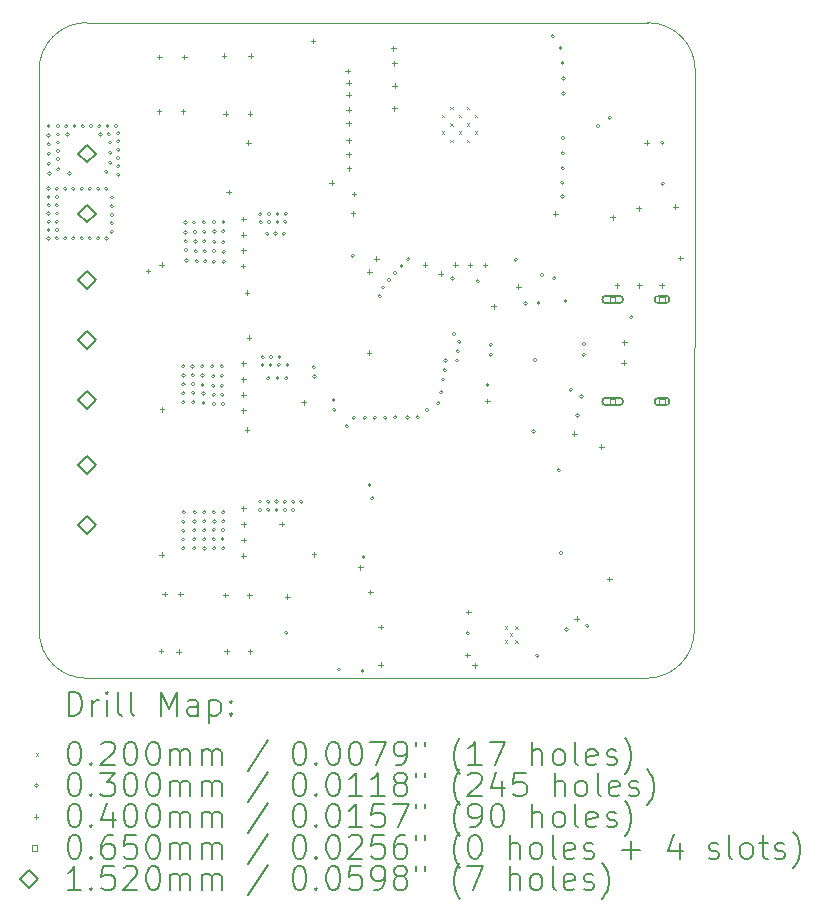
<source format=gbr>
%TF.GenerationSoftware,KiCad,Pcbnew,6.0.10-86aedd382b~118~ubuntu22.04.1*%
%TF.CreationDate,2023-04-05T16:55:25+05:30*%
%TF.ProjectId,Quadruped,51756164-7275-4706-9564-2e6b69636164,rev?*%
%TF.SameCoordinates,Original*%
%TF.FileFunction,Drillmap*%
%TF.FilePolarity,Positive*%
%FSLAX45Y45*%
G04 Gerber Fmt 4.5, Leading zero omitted, Abs format (unit mm)*
G04 Created by KiCad (PCBNEW 6.0.10-86aedd382b~118~ubuntu22.04.1) date 2023-04-05 16:55:25*
%MOMM*%
%LPD*%
G01*
G04 APERTURE LIST*
%ADD10C,0.100000*%
%ADD11C,0.200000*%
%ADD12C,0.020000*%
%ADD13C,0.030000*%
%ADD14C,0.040000*%
%ADD15C,0.065000*%
%ADD16C,0.152000*%
G04 APERTURE END LIST*
D10*
X2879000Y-12686000D02*
G75*
G03*
X3278000Y-13085000I399000J0D01*
G01*
X3283000Y-7533000D02*
X8031000Y-7534000D01*
X8433000Y-7936000D02*
G75*
G03*
X8031000Y-7534000I-402000J0D01*
G01*
X8020622Y-13084622D02*
G75*
G03*
X8425622Y-12679622I-2J405002D01*
G01*
X8425622Y-12679622D02*
X8433000Y-7936000D01*
X3283000Y-7533000D02*
G75*
G03*
X2877000Y-7939000I0J-406000D01*
G01*
X3278000Y-13085000D02*
X8020622Y-13084622D01*
X2879000Y-12686000D02*
X2877000Y-7939000D01*
D11*
D12*
X6289000Y-8315000D02*
X6309000Y-8335000D01*
X6309000Y-8315000D02*
X6289000Y-8335000D01*
X6289000Y-8455000D02*
X6309000Y-8475000D01*
X6309000Y-8455000D02*
X6289000Y-8475000D01*
X6359000Y-8245000D02*
X6379000Y-8265000D01*
X6379000Y-8245000D02*
X6359000Y-8265000D01*
X6359000Y-8385000D02*
X6379000Y-8405000D01*
X6379000Y-8385000D02*
X6359000Y-8405000D01*
X6359000Y-8525000D02*
X6379000Y-8545000D01*
X6379000Y-8525000D02*
X6359000Y-8545000D01*
X6429000Y-8315000D02*
X6449000Y-8335000D01*
X6449000Y-8315000D02*
X6429000Y-8335000D01*
X6429000Y-8455000D02*
X6449000Y-8475000D01*
X6449000Y-8455000D02*
X6429000Y-8475000D01*
X6499000Y-8245000D02*
X6519000Y-8265000D01*
X6519000Y-8245000D02*
X6499000Y-8265000D01*
X6499000Y-8385000D02*
X6519000Y-8405000D01*
X6519000Y-8385000D02*
X6499000Y-8405000D01*
X6499000Y-8525000D02*
X6519000Y-8545000D01*
X6519000Y-8525000D02*
X6499000Y-8545000D01*
X6569000Y-8315000D02*
X6589000Y-8335000D01*
X6589000Y-8315000D02*
X6569000Y-8335000D01*
X6569000Y-8455000D02*
X6589000Y-8475000D01*
X6589000Y-8455000D02*
X6569000Y-8475000D01*
X6820000Y-12645000D02*
X6840000Y-12665000D01*
X6840000Y-12645000D02*
X6820000Y-12665000D01*
X6820000Y-12765000D02*
X6840000Y-12785000D01*
X6840000Y-12765000D02*
X6820000Y-12785000D01*
X6865000Y-12705000D02*
X6885000Y-12725000D01*
X6885000Y-12705000D02*
X6865000Y-12725000D01*
X6910000Y-12645000D02*
X6930000Y-12665000D01*
X6930000Y-12645000D02*
X6910000Y-12665000D01*
X6910000Y-12765000D02*
X6930000Y-12785000D01*
X6930000Y-12765000D02*
X6910000Y-12785000D01*
D13*
X2973000Y-8410000D02*
G75*
G03*
X2973000Y-8410000I-15000J0D01*
G01*
X2973000Y-8488000D02*
G75*
G03*
X2973000Y-8488000I-15000J0D01*
G01*
X2973000Y-8940000D02*
G75*
G03*
X2973000Y-8940000I-15000J0D01*
G01*
X2973000Y-9010000D02*
G75*
G03*
X2973000Y-9010000I-15000J0D01*
G01*
X2973000Y-9080000D02*
G75*
G03*
X2973000Y-9080000I-15000J0D01*
G01*
X2973000Y-9150000D02*
G75*
G03*
X2973000Y-9150000I-15000J0D01*
G01*
X2973000Y-9220000D02*
G75*
G03*
X2973000Y-9220000I-15000J0D01*
G01*
X2973000Y-9290000D02*
G75*
G03*
X2973000Y-9290000I-15000J0D01*
G01*
X2973000Y-9360000D02*
G75*
G03*
X2973000Y-9360000I-15000J0D01*
G01*
X2974000Y-8644000D02*
G75*
G03*
X2974000Y-8644000I-15000J0D01*
G01*
X2975000Y-8564000D02*
G75*
G03*
X2975000Y-8564000I-15000J0D01*
G01*
X2975000Y-8730000D02*
G75*
G03*
X2975000Y-8730000I-15000J0D01*
G01*
X2980000Y-8812000D02*
G75*
G03*
X2980000Y-8812000I-15000J0D01*
G01*
X3043000Y-8940000D02*
G75*
G03*
X3043000Y-8940000I-15000J0D01*
G01*
X3043000Y-9010000D02*
G75*
G03*
X3043000Y-9010000I-15000J0D01*
G01*
X3043000Y-9080000D02*
G75*
G03*
X3043000Y-9080000I-15000J0D01*
G01*
X3043000Y-9150000D02*
G75*
G03*
X3043000Y-9150000I-15000J0D01*
G01*
X3043000Y-9220000D02*
G75*
G03*
X3043000Y-9220000I-15000J0D01*
G01*
X3043000Y-9290000D02*
G75*
G03*
X3043000Y-9290000I-15000J0D01*
G01*
X3043000Y-9360000D02*
G75*
G03*
X3043000Y-9360000I-15000J0D01*
G01*
X3053000Y-8410000D02*
G75*
G03*
X3053000Y-8410000I-15000J0D01*
G01*
X3053000Y-8480000D02*
G75*
G03*
X3053000Y-8480000I-15000J0D01*
G01*
X3053000Y-8550000D02*
G75*
G03*
X3053000Y-8550000I-15000J0D01*
G01*
X3053000Y-8620000D02*
G75*
G03*
X3053000Y-8620000I-15000J0D01*
G01*
X3053000Y-8690000D02*
G75*
G03*
X3053000Y-8690000I-15000J0D01*
G01*
X3056000Y-8776000D02*
G75*
G03*
X3056000Y-8776000I-15000J0D01*
G01*
X3113000Y-8940000D02*
G75*
G03*
X3113000Y-8940000I-15000J0D01*
G01*
X3113000Y-9360000D02*
G75*
G03*
X3113000Y-9360000I-15000J0D01*
G01*
X3123000Y-8410000D02*
G75*
G03*
X3123000Y-8410000I-15000J0D01*
G01*
X3133000Y-8480000D02*
G75*
G03*
X3133000Y-8480000I-15000J0D01*
G01*
X3150000Y-8811000D02*
G75*
G03*
X3150000Y-8811000I-15000J0D01*
G01*
X3183000Y-8940000D02*
G75*
G03*
X3183000Y-8940000I-15000J0D01*
G01*
X3183000Y-9360000D02*
G75*
G03*
X3183000Y-9360000I-15000J0D01*
G01*
X3193000Y-8410000D02*
G75*
G03*
X3193000Y-8410000I-15000J0D01*
G01*
X3253000Y-8940000D02*
G75*
G03*
X3253000Y-8940000I-15000J0D01*
G01*
X3253000Y-9360000D02*
G75*
G03*
X3253000Y-9360000I-15000J0D01*
G01*
X3263000Y-8410000D02*
G75*
G03*
X3263000Y-8410000I-15000J0D01*
G01*
X3323000Y-8940000D02*
G75*
G03*
X3323000Y-8940000I-15000J0D01*
G01*
X3323000Y-9360000D02*
G75*
G03*
X3323000Y-9360000I-15000J0D01*
G01*
X3333000Y-8410000D02*
G75*
G03*
X3333000Y-8410000I-15000J0D01*
G01*
X3393000Y-8940000D02*
G75*
G03*
X3393000Y-8940000I-15000J0D01*
G01*
X3393000Y-9360000D02*
G75*
G03*
X3393000Y-9360000I-15000J0D01*
G01*
X3403000Y-8410000D02*
G75*
G03*
X3403000Y-8410000I-15000J0D01*
G01*
X3413000Y-8480000D02*
G75*
G03*
X3413000Y-8480000I-15000J0D01*
G01*
X3462000Y-8796000D02*
G75*
G03*
X3462000Y-8796000I-15000J0D01*
G01*
X3463000Y-8940000D02*
G75*
G03*
X3463000Y-8940000I-15000J0D01*
G01*
X3463000Y-9360000D02*
G75*
G03*
X3463000Y-9360000I-15000J0D01*
G01*
X3473000Y-8410000D02*
G75*
G03*
X3473000Y-8410000I-15000J0D01*
G01*
X3483000Y-8480000D02*
G75*
G03*
X3483000Y-8480000I-15000J0D01*
G01*
X3493000Y-8550000D02*
G75*
G03*
X3493000Y-8550000I-15000J0D01*
G01*
X3495000Y-8721000D02*
G75*
G03*
X3495000Y-8721000I-15000J0D01*
G01*
X3496000Y-8635000D02*
G75*
G03*
X3496000Y-8635000I-15000J0D01*
G01*
X3507000Y-9233000D02*
G75*
G03*
X3507000Y-9233000I-15000J0D01*
G01*
X3508000Y-9089000D02*
G75*
G03*
X3508000Y-9089000I-15000J0D01*
G01*
X3508000Y-9305000D02*
G75*
G03*
X3508000Y-9305000I-15000J0D01*
G01*
X3509000Y-9014000D02*
G75*
G03*
X3509000Y-9014000I-15000J0D01*
G01*
X3509000Y-9162000D02*
G75*
G03*
X3509000Y-9162000I-15000J0D01*
G01*
X3543000Y-8410000D02*
G75*
G03*
X3543000Y-8410000I-15000J0D01*
G01*
X3563000Y-8470000D02*
G75*
G03*
X3563000Y-8470000I-15000J0D01*
G01*
X3563000Y-8540000D02*
G75*
G03*
X3563000Y-8540000I-15000J0D01*
G01*
X3563000Y-8610000D02*
G75*
G03*
X3563000Y-8610000I-15000J0D01*
G01*
X3563000Y-8680000D02*
G75*
G03*
X3563000Y-8680000I-15000J0D01*
G01*
X3563000Y-8750000D02*
G75*
G03*
X3563000Y-8750000I-15000J0D01*
G01*
X3563000Y-8820000D02*
G75*
G03*
X3563000Y-8820000I-15000J0D01*
G01*
X4112000Y-10444000D02*
G75*
G03*
X4112000Y-10444000I-15000J0D01*
G01*
X4112000Y-11984000D02*
G75*
G03*
X4112000Y-11984000I-15000J0D01*
G01*
X4113000Y-11910000D02*
G75*
G03*
X4113000Y-11910000I-15000J0D01*
G01*
X4114000Y-10522000D02*
G75*
G03*
X4114000Y-10522000I-15000J0D01*
G01*
X4114000Y-10597000D02*
G75*
G03*
X4114000Y-10597000I-15000J0D01*
G01*
X4114000Y-10672000D02*
G75*
G03*
X4114000Y-10672000I-15000J0D01*
G01*
X4114000Y-10749000D02*
G75*
G03*
X4114000Y-10749000I-15000J0D01*
G01*
X4114000Y-11759000D02*
G75*
G03*
X4114000Y-11759000I-15000J0D01*
G01*
X4114000Y-11835000D02*
G75*
G03*
X4114000Y-11835000I-15000J0D01*
G01*
X4117000Y-11680000D02*
G75*
G03*
X4117000Y-11680000I-15000J0D01*
G01*
X4132000Y-9309000D02*
G75*
G03*
X4132000Y-9309000I-15000J0D01*
G01*
X4133000Y-9226000D02*
G75*
G03*
X4133000Y-9226000I-15000J0D01*
G01*
X4135000Y-9385000D02*
G75*
G03*
X4135000Y-9385000I-15000J0D01*
G01*
X4135000Y-9459000D02*
G75*
G03*
X4135000Y-9459000I-15000J0D01*
G01*
X4141000Y-9549000D02*
G75*
G03*
X4141000Y-9549000I-15000J0D01*
G01*
X4192000Y-10444000D02*
G75*
G03*
X4192000Y-10444000I-15000J0D01*
G01*
X4194000Y-10520000D02*
G75*
G03*
X4194000Y-10520000I-15000J0D01*
G01*
X4196000Y-10594000D02*
G75*
G03*
X4196000Y-10594000I-15000J0D01*
G01*
X4197000Y-10668000D02*
G75*
G03*
X4197000Y-10668000I-15000J0D01*
G01*
X4199000Y-10748000D02*
G75*
G03*
X4199000Y-10748000I-15000J0D01*
G01*
X4205000Y-11832000D02*
G75*
G03*
X4205000Y-11832000I-15000J0D01*
G01*
X4205000Y-11908000D02*
G75*
G03*
X4205000Y-11908000I-15000J0D01*
G01*
X4206000Y-9226000D02*
G75*
G03*
X4206000Y-9226000I-15000J0D01*
G01*
X4207000Y-11758000D02*
G75*
G03*
X4207000Y-11758000I-15000J0D01*
G01*
X4207000Y-11984000D02*
G75*
G03*
X4207000Y-11984000I-15000J0D01*
G01*
X4211000Y-11678000D02*
G75*
G03*
X4211000Y-11678000I-15000J0D01*
G01*
X4212000Y-9307000D02*
G75*
G03*
X4212000Y-9307000I-15000J0D01*
G01*
X4215000Y-9387000D02*
G75*
G03*
X4215000Y-9387000I-15000J0D01*
G01*
X4220000Y-9469000D02*
G75*
G03*
X4220000Y-9469000I-15000J0D01*
G01*
X4227000Y-9553000D02*
G75*
G03*
X4227000Y-9553000I-15000J0D01*
G01*
X4274000Y-10444000D02*
G75*
G03*
X4274000Y-10444000I-15000J0D01*
G01*
X4276000Y-10523000D02*
G75*
G03*
X4276000Y-10523000I-15000J0D01*
G01*
X4276000Y-10602000D02*
G75*
G03*
X4276000Y-10602000I-15000J0D01*
G01*
X4285000Y-10676000D02*
G75*
G03*
X4285000Y-10676000I-15000J0D01*
G01*
X4285000Y-10754000D02*
G75*
G03*
X4285000Y-10754000I-15000J0D01*
G01*
X4287000Y-9224000D02*
G75*
G03*
X4287000Y-9224000I-15000J0D01*
G01*
X4290000Y-11832000D02*
G75*
G03*
X4290000Y-11832000I-15000J0D01*
G01*
X4291000Y-9303000D02*
G75*
G03*
X4291000Y-9303000I-15000J0D01*
G01*
X4292000Y-9385000D02*
G75*
G03*
X4292000Y-9385000I-15000J0D01*
G01*
X4292000Y-11679000D02*
G75*
G03*
X4292000Y-11679000I-15000J0D01*
G01*
X4292000Y-11756000D02*
G75*
G03*
X4292000Y-11756000I-15000J0D01*
G01*
X4293000Y-11908000D02*
G75*
G03*
X4293000Y-11908000I-15000J0D01*
G01*
X4293000Y-11987000D02*
G75*
G03*
X4293000Y-11987000I-15000J0D01*
G01*
X4294000Y-9470000D02*
G75*
G03*
X4294000Y-9470000I-15000J0D01*
G01*
X4300000Y-9553000D02*
G75*
G03*
X4300000Y-9553000I-15000J0D01*
G01*
X4359000Y-10444000D02*
G75*
G03*
X4359000Y-10444000I-15000J0D01*
G01*
X4366000Y-10528000D02*
G75*
G03*
X4366000Y-10528000I-15000J0D01*
G01*
X4367000Y-10607000D02*
G75*
G03*
X4367000Y-10607000I-15000J0D01*
G01*
X4370000Y-11828000D02*
G75*
G03*
X4370000Y-11828000I-15000J0D01*
G01*
X4372000Y-9557000D02*
G75*
G03*
X4372000Y-9557000I-15000J0D01*
G01*
X4372000Y-10685000D02*
G75*
G03*
X4372000Y-10685000I-15000J0D01*
G01*
X4372000Y-11678000D02*
G75*
G03*
X4372000Y-11678000I-15000J0D01*
G01*
X4372000Y-11908000D02*
G75*
G03*
X4372000Y-11908000I-15000J0D01*
G01*
X4374000Y-9469000D02*
G75*
G03*
X4374000Y-9469000I-15000J0D01*
G01*
X4374000Y-10764000D02*
G75*
G03*
X4374000Y-10764000I-15000J0D01*
G01*
X4375000Y-11985000D02*
G75*
G03*
X4375000Y-11985000I-15000J0D01*
G01*
X4376000Y-9222000D02*
G75*
G03*
X4376000Y-9222000I-15000J0D01*
G01*
X4376000Y-9391000D02*
G75*
G03*
X4376000Y-9391000I-15000J0D01*
G01*
X4377000Y-11758000D02*
G75*
G03*
X4377000Y-11758000I-15000J0D01*
G01*
X4379000Y-9303000D02*
G75*
G03*
X4379000Y-9303000I-15000J0D01*
G01*
X4440000Y-10525000D02*
G75*
G03*
X4440000Y-10525000I-15000J0D01*
G01*
X4440000Y-10607000D02*
G75*
G03*
X4440000Y-10607000I-15000J0D01*
G01*
X4441000Y-10443000D02*
G75*
G03*
X4441000Y-10443000I-15000J0D01*
G01*
X4444000Y-10686000D02*
G75*
G03*
X4444000Y-10686000I-15000J0D01*
G01*
X4446000Y-11907000D02*
G75*
G03*
X4446000Y-11907000I-15000J0D01*
G01*
X4449000Y-10762000D02*
G75*
G03*
X4449000Y-10762000I-15000J0D01*
G01*
X4450000Y-11828000D02*
G75*
G03*
X4450000Y-11828000I-15000J0D01*
G01*
X4452000Y-11678000D02*
G75*
G03*
X4452000Y-11678000I-15000J0D01*
G01*
X4452000Y-11756000D02*
G75*
G03*
X4452000Y-11756000I-15000J0D01*
G01*
X4452000Y-11985000D02*
G75*
G03*
X4452000Y-11985000I-15000J0D01*
G01*
X4453000Y-9222000D02*
G75*
G03*
X4453000Y-9222000I-15000J0D01*
G01*
X4453000Y-9299000D02*
G75*
G03*
X4453000Y-9299000I-15000J0D01*
G01*
X4453000Y-9393000D02*
G75*
G03*
X4453000Y-9393000I-15000J0D01*
G01*
X4455000Y-9474000D02*
G75*
G03*
X4455000Y-9474000I-15000J0D01*
G01*
X4455000Y-9559000D02*
G75*
G03*
X4455000Y-9559000I-15000J0D01*
G01*
X4763000Y-11590000D02*
G75*
G03*
X4763000Y-11590000I-15000J0D01*
G01*
X4763000Y-11660000D02*
G75*
G03*
X4763000Y-11660000I-15000J0D01*
G01*
X4767000Y-9156000D02*
G75*
G03*
X4767000Y-9156000I-15000J0D01*
G01*
X4768000Y-9224000D02*
G75*
G03*
X4768000Y-9224000I-15000J0D01*
G01*
X4784000Y-10433000D02*
G75*
G03*
X4784000Y-10433000I-15000J0D01*
G01*
X4786000Y-10366000D02*
G75*
G03*
X4786000Y-10366000I-15000J0D01*
G01*
X4824000Y-9322000D02*
G75*
G03*
X4824000Y-9322000I-15000J0D01*
G01*
X4833000Y-11590000D02*
G75*
G03*
X4833000Y-11590000I-15000J0D01*
G01*
X4833000Y-11660000D02*
G75*
G03*
X4833000Y-11660000I-15000J0D01*
G01*
X4834000Y-10544000D02*
G75*
G03*
X4834000Y-10544000I-15000J0D01*
G01*
X4840000Y-9155000D02*
G75*
G03*
X4840000Y-9155000I-15000J0D01*
G01*
X4841000Y-9222000D02*
G75*
G03*
X4841000Y-9222000I-15000J0D01*
G01*
X4851000Y-10433000D02*
G75*
G03*
X4851000Y-10433000I-15000J0D01*
G01*
X4857000Y-10365000D02*
G75*
G03*
X4857000Y-10365000I-15000J0D01*
G01*
X4895000Y-9321000D02*
G75*
G03*
X4895000Y-9321000I-15000J0D01*
G01*
X4903000Y-11590000D02*
G75*
G03*
X4903000Y-11590000I-15000J0D01*
G01*
X4903000Y-11660000D02*
G75*
G03*
X4903000Y-11660000I-15000J0D01*
G01*
X4911000Y-9222000D02*
G75*
G03*
X4911000Y-9222000I-15000J0D01*
G01*
X4911000Y-10543000D02*
G75*
G03*
X4911000Y-10543000I-15000J0D01*
G01*
X4912000Y-9153000D02*
G75*
G03*
X4912000Y-9153000I-15000J0D01*
G01*
X4922000Y-10431000D02*
G75*
G03*
X4922000Y-10431000I-15000J0D01*
G01*
X4929000Y-10366000D02*
G75*
G03*
X4929000Y-10366000I-15000J0D01*
G01*
X4963000Y-9322000D02*
G75*
G03*
X4963000Y-9322000I-15000J0D01*
G01*
X4973000Y-11590000D02*
G75*
G03*
X4973000Y-11590000I-15000J0D01*
G01*
X4973000Y-11660000D02*
G75*
G03*
X4973000Y-11660000I-15000J0D01*
G01*
X4979000Y-9220000D02*
G75*
G03*
X4979000Y-9220000I-15000J0D01*
G01*
X4980000Y-9152000D02*
G75*
G03*
X4980000Y-9152000I-15000J0D01*
G01*
X4984000Y-12699000D02*
G75*
G03*
X4984000Y-12699000I-15000J0D01*
G01*
X4986000Y-10544000D02*
G75*
G03*
X4986000Y-10544000I-15000J0D01*
G01*
X4995000Y-10433000D02*
G75*
G03*
X4995000Y-10433000I-15000J0D01*
G01*
X5043000Y-11590000D02*
G75*
G03*
X5043000Y-11590000I-15000J0D01*
G01*
X5043000Y-11660000D02*
G75*
G03*
X5043000Y-11660000I-15000J0D01*
G01*
X5113000Y-11590000D02*
G75*
G03*
X5113000Y-11590000I-15000J0D01*
G01*
X5219189Y-10451507D02*
G75*
G03*
X5219189Y-10451507I-15000J0D01*
G01*
X5224059Y-10531309D02*
G75*
G03*
X5224059Y-10531309I-15000J0D01*
G01*
X5384455Y-10729227D02*
G75*
G03*
X5384455Y-10729227I-15000J0D01*
G01*
X5392000Y-10810000D02*
G75*
G03*
X5392000Y-10810000I-15000J0D01*
G01*
X5432000Y-13011000D02*
G75*
G03*
X5432000Y-13011000I-15000J0D01*
G01*
X5496950Y-10950500D02*
G75*
G03*
X5496950Y-10950500I-15000J0D01*
G01*
X5548000Y-9507000D02*
G75*
G03*
X5548000Y-9507000I-15000J0D01*
G01*
X5558000Y-10878000D02*
G75*
G03*
X5558000Y-10878000I-15000J0D01*
G01*
X5631000Y-13024000D02*
G75*
G03*
X5631000Y-13024000I-15000J0D01*
G01*
X5639237Y-12058663D02*
G75*
G03*
X5639237Y-12058663I-15000J0D01*
G01*
X5650000Y-10879000D02*
G75*
G03*
X5650000Y-10879000I-15000J0D01*
G01*
X5691000Y-11449000D02*
G75*
G03*
X5691000Y-11449000I-15000J0D01*
G01*
X5713000Y-11560000D02*
G75*
G03*
X5713000Y-11560000I-15000J0D01*
G01*
X5734965Y-10879965D02*
G75*
G03*
X5734965Y-10879965I-15000J0D01*
G01*
X5776305Y-9851058D02*
G75*
G03*
X5776305Y-9851058I-15000J0D01*
G01*
X5806077Y-9776858D02*
G75*
G03*
X5806077Y-9776858I-15000J0D01*
G01*
X5823546Y-10879419D02*
G75*
G03*
X5823546Y-10879419I-15000J0D01*
G01*
X5854203Y-9713015D02*
G75*
G03*
X5854203Y-9713015I-15000J0D01*
G01*
X5907000Y-10875000D02*
G75*
G03*
X5907000Y-10875000I-15000J0D01*
G01*
X5907875Y-9653758D02*
G75*
G03*
X5907875Y-9653758I-15000J0D01*
G01*
X5960524Y-9593591D02*
G75*
G03*
X5960524Y-9593591I-15000J0D01*
G01*
X6011690Y-10877310D02*
G75*
G03*
X6011690Y-10877310I-15000J0D01*
G01*
X6017000Y-9537000D02*
G75*
G03*
X6017000Y-9537000I-15000J0D01*
G01*
X6098848Y-10876152D02*
G75*
G03*
X6098848Y-10876152I-15000J0D01*
G01*
X6178000Y-10814000D02*
G75*
G03*
X6178000Y-10814000I-15000J0D01*
G01*
X6271000Y-10757000D02*
G75*
G03*
X6271000Y-10757000I-15000J0D01*
G01*
X6297116Y-10664566D02*
G75*
G03*
X6297116Y-10664566I-15000J0D01*
G01*
X6311697Y-10556337D02*
G75*
G03*
X6311697Y-10556337I-15000J0D01*
G01*
X6328378Y-10478146D02*
G75*
G03*
X6328378Y-10478146I-15000J0D01*
G01*
X6334000Y-10395450D02*
G75*
G03*
X6334000Y-10395450I-15000J0D01*
G01*
X6393314Y-9699368D02*
G75*
G03*
X6393314Y-9699368I-15000J0D01*
G01*
X6407000Y-10170000D02*
G75*
G03*
X6407000Y-10170000I-15000J0D01*
G01*
X6431812Y-10395758D02*
G75*
G03*
X6431812Y-10395758I-15000J0D01*
G01*
X6438366Y-10316077D02*
G75*
G03*
X6438366Y-10316077I-15000J0D01*
G01*
X6450535Y-10237058D02*
G75*
G03*
X6450535Y-10237058I-15000J0D01*
G01*
X6521841Y-12705159D02*
G75*
G03*
X6521841Y-12705159I-15000J0D01*
G01*
X6606550Y-9725000D02*
G75*
G03*
X6606550Y-9725000I-15000J0D01*
G01*
X6689000Y-10602000D02*
G75*
G03*
X6689000Y-10602000I-15000J0D01*
G01*
X6717536Y-10259500D02*
G75*
G03*
X6717536Y-10259500I-15000J0D01*
G01*
X6717536Y-10344500D02*
G75*
G03*
X6717536Y-10344500I-15000J0D01*
G01*
X6930000Y-9541000D02*
G75*
G03*
X6930000Y-9541000I-15000J0D01*
G01*
X7011000Y-9913000D02*
G75*
G03*
X7011000Y-9913000I-15000J0D01*
G01*
X7078000Y-10996000D02*
G75*
G03*
X7078000Y-10996000I-15000J0D01*
G01*
X7093000Y-10390000D02*
G75*
G03*
X7093000Y-10390000I-15000J0D01*
G01*
X7112000Y-12895000D02*
G75*
G03*
X7112000Y-12895000I-15000J0D01*
G01*
X7120839Y-9907839D02*
G75*
G03*
X7120839Y-9907839I-15000J0D01*
G01*
X7152450Y-9670000D02*
G75*
G03*
X7152450Y-9670000I-15000J0D01*
G01*
X7243000Y-7650000D02*
G75*
G03*
X7243000Y-7650000I-15000J0D01*
G01*
X7256000Y-9698000D02*
G75*
G03*
X7256000Y-9698000I-15000J0D01*
G01*
X7292000Y-11325000D02*
G75*
G03*
X7292000Y-11325000I-15000J0D01*
G01*
X7308000Y-7749000D02*
G75*
G03*
X7308000Y-7749000I-15000J0D01*
G01*
X7312000Y-12025000D02*
G75*
G03*
X7312000Y-12025000I-15000J0D01*
G01*
X7324000Y-7876000D02*
G75*
G03*
X7324000Y-7876000I-15000J0D01*
G01*
X7324000Y-8890000D02*
G75*
G03*
X7324000Y-8890000I-15000J0D01*
G01*
X7324000Y-9007000D02*
G75*
G03*
X7324000Y-9007000I-15000J0D01*
G01*
X7326000Y-8766000D02*
G75*
G03*
X7326000Y-8766000I-15000J0D01*
G01*
X7327000Y-8639000D02*
G75*
G03*
X7327000Y-8639000I-15000J0D01*
G01*
X7329000Y-8512000D02*
G75*
G03*
X7329000Y-8512000I-15000J0D01*
G01*
X7332000Y-8133000D02*
G75*
G03*
X7332000Y-8133000I-15000J0D01*
G01*
X7333000Y-8005000D02*
G75*
G03*
X7333000Y-8005000I-15000J0D01*
G01*
X7349000Y-9890000D02*
G75*
G03*
X7349000Y-9890000I-15000J0D01*
G01*
X7357000Y-12672000D02*
G75*
G03*
X7357000Y-12672000I-15000J0D01*
G01*
X7393000Y-10642000D02*
G75*
G03*
X7393000Y-10642000I-15000J0D01*
G01*
X7453000Y-10860000D02*
G75*
G03*
X7453000Y-10860000I-15000J0D01*
G01*
X7486000Y-10698000D02*
G75*
G03*
X7486000Y-10698000I-15000J0D01*
G01*
X7504000Y-10347000D02*
G75*
G03*
X7504000Y-10347000I-15000J0D01*
G01*
X7507000Y-10254000D02*
G75*
G03*
X7507000Y-10254000I-15000J0D01*
G01*
X7533000Y-12640000D02*
G75*
G03*
X7533000Y-12640000I-15000J0D01*
G01*
X7625450Y-8410000D02*
G75*
G03*
X7625450Y-8410000I-15000J0D01*
G01*
X7723000Y-8340000D02*
G75*
G03*
X7723000Y-8340000I-15000J0D01*
G01*
X7906550Y-10027000D02*
G75*
G03*
X7906550Y-10027000I-15000J0D01*
G01*
X8168000Y-8550000D02*
G75*
G03*
X8168000Y-8550000I-15000J0D01*
G01*
X8174000Y-8899000D02*
G75*
G03*
X8174000Y-8899000I-15000J0D01*
G01*
D14*
X3800552Y-9617815D02*
X3800552Y-9657815D01*
X3780552Y-9637815D02*
X3820552Y-9637815D01*
X3894000Y-8266000D02*
X3894000Y-8306000D01*
X3874000Y-8286000D02*
X3914000Y-8286000D01*
X3897000Y-7804000D02*
X3897000Y-7844000D01*
X3877000Y-7824000D02*
X3917000Y-7824000D01*
X3911000Y-12834000D02*
X3911000Y-12874000D01*
X3891000Y-12854000D02*
X3931000Y-12854000D01*
X3916194Y-9563000D02*
X3916194Y-9603000D01*
X3896194Y-9583000D02*
X3936194Y-9583000D01*
X3916600Y-12018000D02*
X3916600Y-12058000D01*
X3896600Y-12038000D02*
X3936600Y-12038000D01*
X3918505Y-10788000D02*
X3918505Y-10828000D01*
X3898505Y-10808000D02*
X3938505Y-10808000D01*
X3940673Y-12352327D02*
X3940673Y-12392327D01*
X3920673Y-12372327D02*
X3960673Y-12372327D01*
X4060000Y-12840000D02*
X4060000Y-12880000D01*
X4040000Y-12860000D02*
X4080000Y-12860000D01*
X4073000Y-12351000D02*
X4073000Y-12391000D01*
X4053000Y-12371000D02*
X4093000Y-12371000D01*
X4097000Y-8266000D02*
X4097000Y-8306000D01*
X4077000Y-8286000D02*
X4117000Y-8286000D01*
X4107000Y-7804000D02*
X4107000Y-7844000D01*
X4087000Y-7824000D02*
X4127000Y-7824000D01*
X4443000Y-7794000D02*
X4443000Y-7834000D01*
X4423000Y-7814000D02*
X4463000Y-7814000D01*
X4456000Y-12361000D02*
X4456000Y-12401000D01*
X4436000Y-12381000D02*
X4476000Y-12381000D01*
X4457000Y-8285000D02*
X4457000Y-8325000D01*
X4437000Y-8305000D02*
X4477000Y-8305000D01*
X4467000Y-12837000D02*
X4467000Y-12877000D01*
X4447000Y-12857000D02*
X4487000Y-12857000D01*
X4482995Y-8948000D02*
X4482995Y-8988000D01*
X4462995Y-8968000D02*
X4502995Y-8968000D01*
X4605000Y-9575000D02*
X4605000Y-9615000D01*
X4585000Y-9595000D02*
X4625000Y-9595000D01*
X4607000Y-9176000D02*
X4607000Y-9216000D01*
X4587000Y-9196000D02*
X4627000Y-9196000D01*
X4607000Y-9309000D02*
X4607000Y-9349000D01*
X4587000Y-9329000D02*
X4627000Y-9329000D01*
X4607000Y-9441000D02*
X4607000Y-9481000D01*
X4587000Y-9461000D02*
X4627000Y-9461000D01*
X4607000Y-10397000D02*
X4607000Y-10437000D01*
X4587000Y-10417000D02*
X4627000Y-10417000D01*
X4607000Y-10797000D02*
X4607000Y-10837000D01*
X4587000Y-10817000D02*
X4627000Y-10817000D01*
X4607000Y-11627000D02*
X4607000Y-11667000D01*
X4587000Y-11647000D02*
X4627000Y-11647000D01*
X4608000Y-10533000D02*
X4608000Y-10573000D01*
X4588000Y-10553000D02*
X4628000Y-10553000D01*
X4608000Y-10665000D02*
X4608000Y-10705000D01*
X4588000Y-10685000D02*
X4628000Y-10685000D01*
X4608000Y-12027000D02*
X4608000Y-12067000D01*
X4588000Y-12047000D02*
X4628000Y-12047000D01*
X4610000Y-11894000D02*
X4610000Y-11934000D01*
X4590000Y-11914000D02*
X4630000Y-11914000D01*
X4611000Y-11762000D02*
X4611000Y-11802000D01*
X4591000Y-11782000D02*
X4631000Y-11782000D01*
X4638000Y-9800000D02*
X4638000Y-9840000D01*
X4618000Y-9820000D02*
X4658000Y-9820000D01*
X4638000Y-10959550D02*
X4638000Y-10999550D01*
X4618000Y-10979550D02*
X4658000Y-10979550D01*
X4648000Y-8530000D02*
X4648000Y-8570000D01*
X4628000Y-8550000D02*
X4668000Y-8550000D01*
X4656050Y-10180000D02*
X4656050Y-10220000D01*
X4636050Y-10200000D02*
X4676050Y-10200000D01*
X4658000Y-12364000D02*
X4658000Y-12404000D01*
X4638000Y-12384000D02*
X4678000Y-12384000D01*
X4663000Y-8285000D02*
X4663000Y-8325000D01*
X4643000Y-8305000D02*
X4683000Y-8305000D01*
X4664000Y-12837000D02*
X4664000Y-12877000D01*
X4644000Y-12857000D02*
X4684000Y-12857000D01*
X4669000Y-7794000D02*
X4669000Y-7834000D01*
X4649000Y-7814000D02*
X4689000Y-7814000D01*
X4932500Y-11759650D02*
X4932500Y-11799650D01*
X4912500Y-11779650D02*
X4952500Y-11779650D01*
X4978000Y-12374000D02*
X4978000Y-12414000D01*
X4958000Y-12394000D02*
X4998000Y-12394000D01*
X5118000Y-10730000D02*
X5118000Y-10770000D01*
X5098000Y-10750000D02*
X5138000Y-10750000D01*
X5198000Y-7670000D02*
X5198000Y-7710000D01*
X5178000Y-7690000D02*
X5218000Y-7690000D01*
X5206000Y-12015000D02*
X5206000Y-12055000D01*
X5186000Y-12035000D02*
X5226000Y-12035000D01*
X5355000Y-8870000D02*
X5355000Y-8910000D01*
X5335000Y-8890000D02*
X5375000Y-8890000D01*
X5489500Y-7922450D02*
X5489500Y-7962450D01*
X5469500Y-7942450D02*
X5509500Y-7942450D01*
X5498000Y-8125000D02*
X5498000Y-8165000D01*
X5478000Y-8145000D02*
X5518000Y-8145000D01*
X5498000Y-8366000D02*
X5498000Y-8406000D01*
X5478000Y-8386000D02*
X5518000Y-8386000D01*
X5498000Y-8510950D02*
X5498000Y-8550950D01*
X5478000Y-8530950D02*
X5518000Y-8530950D01*
X5498000Y-8630000D02*
X5498000Y-8670000D01*
X5478000Y-8650000D02*
X5518000Y-8650000D01*
X5499230Y-8251230D02*
X5499230Y-8291230D01*
X5479230Y-8271230D02*
X5519230Y-8271230D01*
X5499668Y-8021921D02*
X5499668Y-8061921D01*
X5479668Y-8041921D02*
X5519668Y-8041921D01*
X5502000Y-8746000D02*
X5502000Y-8786000D01*
X5482000Y-8766000D02*
X5522000Y-8766000D01*
X5536050Y-9127000D02*
X5536050Y-9167000D01*
X5516050Y-9147000D02*
X5556050Y-9147000D01*
X5542975Y-8966025D02*
X5542975Y-9006025D01*
X5522975Y-8986025D02*
X5562975Y-8986025D01*
X5599000Y-12125000D02*
X5599000Y-12165000D01*
X5579000Y-12145000D02*
X5619000Y-12145000D01*
X5670000Y-10308000D02*
X5670000Y-10348000D01*
X5650000Y-10328000D02*
X5690000Y-10328000D01*
X5673000Y-9624000D02*
X5673000Y-9664000D01*
X5653000Y-9644000D02*
X5693000Y-9644000D01*
X5683000Y-12334000D02*
X5683000Y-12374000D01*
X5663000Y-12354000D02*
X5703000Y-12354000D01*
X5732000Y-9513000D02*
X5732000Y-9553000D01*
X5712000Y-9533000D02*
X5752000Y-9533000D01*
X5769000Y-12630000D02*
X5769000Y-12670000D01*
X5749000Y-12650000D02*
X5789000Y-12650000D01*
X5770000Y-12950000D02*
X5770000Y-12990000D01*
X5750000Y-12970000D02*
X5790000Y-12970000D01*
X5877000Y-7730000D02*
X5877000Y-7770000D01*
X5857000Y-7750000D02*
X5897000Y-7750000D01*
X5884000Y-7859000D02*
X5884000Y-7899000D01*
X5864000Y-7879000D02*
X5904000Y-7879000D01*
X5886000Y-8239000D02*
X5886000Y-8279000D01*
X5866000Y-8259000D02*
X5906000Y-8259000D01*
X5888000Y-8049000D02*
X5888000Y-8089000D01*
X5868000Y-8069000D02*
X5908000Y-8069000D01*
X6145000Y-9563000D02*
X6145000Y-9603000D01*
X6125000Y-9583000D02*
X6165000Y-9583000D01*
X6279230Y-9638230D02*
X6279230Y-9678230D01*
X6259230Y-9658230D02*
X6299230Y-9658230D01*
X6402000Y-9564000D02*
X6402000Y-9604000D01*
X6382000Y-9584000D02*
X6422000Y-9584000D01*
X6504465Y-12867450D02*
X6504465Y-12907450D01*
X6484465Y-12887450D02*
X6524465Y-12887450D01*
X6511000Y-12505000D02*
X6511000Y-12545000D01*
X6491000Y-12525000D02*
X6531000Y-12525000D01*
X6526000Y-9565000D02*
X6526000Y-9605000D01*
X6506000Y-9585000D02*
X6546000Y-9585000D01*
X6564775Y-12955243D02*
X6564775Y-12995243D01*
X6544775Y-12975243D02*
X6584775Y-12975243D01*
X6654000Y-9566000D02*
X6654000Y-9606000D01*
X6634000Y-9586000D02*
X6674000Y-9586000D01*
X6673000Y-10717016D02*
X6673000Y-10757016D01*
X6653000Y-10737016D02*
X6693000Y-10737016D01*
X6728152Y-9916308D02*
X6728152Y-9956308D01*
X6708152Y-9936308D02*
X6748152Y-9936308D01*
X6936337Y-9749122D02*
X6936337Y-9789122D01*
X6916337Y-9769122D02*
X6956337Y-9769122D01*
X7248000Y-9130000D02*
X7248000Y-9170000D01*
X7228000Y-9150000D02*
X7268000Y-9150000D01*
X7409000Y-10993000D02*
X7409000Y-11033000D01*
X7389000Y-11013000D02*
X7429000Y-11013000D01*
X7428000Y-12561000D02*
X7428000Y-12601000D01*
X7408000Y-12581000D02*
X7448000Y-12581000D01*
X7637000Y-11105000D02*
X7637000Y-11145000D01*
X7617000Y-11125000D02*
X7657000Y-11125000D01*
X7707000Y-12225000D02*
X7707000Y-12265000D01*
X7687000Y-12245000D02*
X7727000Y-12245000D01*
X7734000Y-9163000D02*
X7734000Y-9203000D01*
X7714000Y-9183000D02*
X7754000Y-9183000D01*
X7770000Y-9737000D02*
X7770000Y-9777000D01*
X7750000Y-9757000D02*
X7790000Y-9757000D01*
X7828000Y-10392000D02*
X7828000Y-10432000D01*
X7808000Y-10412000D02*
X7848000Y-10412000D01*
X7834000Y-10220000D02*
X7834000Y-10260000D01*
X7814000Y-10240000D02*
X7854000Y-10240000D01*
X7955450Y-9086000D02*
X7955450Y-9126000D01*
X7935450Y-9106000D02*
X7975450Y-9106000D01*
X7959000Y-9737000D02*
X7959000Y-9777000D01*
X7939000Y-9757000D02*
X7979000Y-9757000D01*
X8021000Y-8529000D02*
X8021000Y-8569000D01*
X8001000Y-8549000D02*
X8041000Y-8549000D01*
X8150000Y-9737000D02*
X8150000Y-9777000D01*
X8130000Y-9757000D02*
X8170000Y-9757000D01*
X8264000Y-9073000D02*
X8264000Y-9113000D01*
X8244000Y-9093000D02*
X8284000Y-9093000D01*
X8306000Y-9507000D02*
X8306000Y-9547000D01*
X8286000Y-9527000D02*
X8326000Y-9527000D01*
D15*
X7757481Y-9900981D02*
X7757481Y-9855019D01*
X7711519Y-9855019D01*
X7711519Y-9900981D01*
X7757481Y-9900981D01*
D11*
X7679500Y-9910500D02*
X7789500Y-9910500D01*
X7679500Y-9845500D02*
X7789500Y-9845500D01*
X7789500Y-9910500D02*
G75*
G03*
X7789500Y-9845500I0J32500D01*
G01*
X7679500Y-9845500D02*
G75*
G03*
X7679500Y-9910500I0J-32500D01*
G01*
D15*
X7757481Y-10764981D02*
X7757481Y-10719019D01*
X7711519Y-10719019D01*
X7711519Y-10764981D01*
X7757481Y-10764981D01*
D11*
X7679500Y-10774500D02*
X7789500Y-10774500D01*
X7679500Y-10709500D02*
X7789500Y-10709500D01*
X7789500Y-10774500D02*
G75*
G03*
X7789500Y-10709500I0J32500D01*
G01*
X7679500Y-10709500D02*
G75*
G03*
X7679500Y-10774500I0J-32500D01*
G01*
D15*
X8175481Y-9900981D02*
X8175481Y-9855019D01*
X8129519Y-9855019D01*
X8129519Y-9900981D01*
X8175481Y-9900981D01*
D11*
X8122500Y-9910500D02*
X8182500Y-9910500D01*
X8122500Y-9845500D02*
X8182500Y-9845500D01*
X8182500Y-9910500D02*
G75*
G03*
X8182500Y-9845500I0J32500D01*
G01*
X8122500Y-9845500D02*
G75*
G03*
X8122500Y-9910500I0J-32500D01*
G01*
D15*
X8175481Y-10764981D02*
X8175481Y-10719019D01*
X8129519Y-10719019D01*
X8129519Y-10764981D01*
X8175481Y-10764981D01*
D11*
X8122500Y-10774500D02*
X8182500Y-10774500D01*
X8122500Y-10709500D02*
X8182500Y-10709500D01*
X8182500Y-10774500D02*
G75*
G03*
X8182500Y-10709500I0J32500D01*
G01*
X8122500Y-10709500D02*
G75*
G03*
X8122500Y-10774500I0J-32500D01*
G01*
D16*
X3280000Y-8718000D02*
X3356000Y-8642000D01*
X3280000Y-8566000D01*
X3204000Y-8642000D01*
X3280000Y-8718000D01*
X3280000Y-9226000D02*
X3356000Y-9150000D01*
X3280000Y-9074000D01*
X3204000Y-9150000D01*
X3280000Y-9226000D01*
X3280000Y-9788000D02*
X3356000Y-9712000D01*
X3280000Y-9636000D01*
X3204000Y-9712000D01*
X3280000Y-9788000D01*
X3280000Y-10296000D02*
X3356000Y-10220000D01*
X3280000Y-10144000D01*
X3204000Y-10220000D01*
X3280000Y-10296000D01*
X3280000Y-10804000D02*
X3356000Y-10728000D01*
X3280000Y-10652000D01*
X3204000Y-10728000D01*
X3280000Y-10804000D01*
X3280000Y-11352000D02*
X3356000Y-11276000D01*
X3280000Y-11200000D01*
X3204000Y-11276000D01*
X3280000Y-11352000D01*
X3280000Y-11860000D02*
X3356000Y-11784000D01*
X3280000Y-11708000D01*
X3204000Y-11784000D01*
X3280000Y-11860000D01*
D11*
X3129619Y-13400476D02*
X3129619Y-13200476D01*
X3177238Y-13200476D01*
X3205809Y-13210000D01*
X3224857Y-13229048D01*
X3234381Y-13248095D01*
X3243905Y-13286190D01*
X3243905Y-13314762D01*
X3234381Y-13352857D01*
X3224857Y-13371905D01*
X3205809Y-13390952D01*
X3177238Y-13400476D01*
X3129619Y-13400476D01*
X3329619Y-13400476D02*
X3329619Y-13267143D01*
X3329619Y-13305238D02*
X3339143Y-13286190D01*
X3348667Y-13276667D01*
X3367714Y-13267143D01*
X3386762Y-13267143D01*
X3453428Y-13400476D02*
X3453428Y-13267143D01*
X3453428Y-13200476D02*
X3443905Y-13210000D01*
X3453428Y-13219524D01*
X3462952Y-13210000D01*
X3453428Y-13200476D01*
X3453428Y-13219524D01*
X3577238Y-13400476D02*
X3558190Y-13390952D01*
X3548667Y-13371905D01*
X3548667Y-13200476D01*
X3682000Y-13400476D02*
X3662952Y-13390952D01*
X3653428Y-13371905D01*
X3653428Y-13200476D01*
X3910571Y-13400476D02*
X3910571Y-13200476D01*
X3977238Y-13343333D01*
X4043905Y-13200476D01*
X4043905Y-13400476D01*
X4224857Y-13400476D02*
X4224857Y-13295714D01*
X4215333Y-13276667D01*
X4196286Y-13267143D01*
X4158190Y-13267143D01*
X4139143Y-13276667D01*
X4224857Y-13390952D02*
X4205810Y-13400476D01*
X4158190Y-13400476D01*
X4139143Y-13390952D01*
X4129619Y-13371905D01*
X4129619Y-13352857D01*
X4139143Y-13333809D01*
X4158190Y-13324286D01*
X4205810Y-13324286D01*
X4224857Y-13314762D01*
X4320095Y-13267143D02*
X4320095Y-13467143D01*
X4320095Y-13276667D02*
X4339143Y-13267143D01*
X4377238Y-13267143D01*
X4396286Y-13276667D01*
X4405810Y-13286190D01*
X4415333Y-13305238D01*
X4415333Y-13362381D01*
X4405810Y-13381428D01*
X4396286Y-13390952D01*
X4377238Y-13400476D01*
X4339143Y-13400476D01*
X4320095Y-13390952D01*
X4501048Y-13381428D02*
X4510571Y-13390952D01*
X4501048Y-13400476D01*
X4491524Y-13390952D01*
X4501048Y-13381428D01*
X4501048Y-13400476D01*
X4501048Y-13276667D02*
X4510571Y-13286190D01*
X4501048Y-13295714D01*
X4491524Y-13286190D01*
X4501048Y-13276667D01*
X4501048Y-13295714D01*
D12*
X2852000Y-13720000D02*
X2872000Y-13740000D01*
X2872000Y-13720000D02*
X2852000Y-13740000D01*
D11*
X3167714Y-13620476D02*
X3186762Y-13620476D01*
X3205809Y-13630000D01*
X3215333Y-13639524D01*
X3224857Y-13658571D01*
X3234381Y-13696667D01*
X3234381Y-13744286D01*
X3224857Y-13782381D01*
X3215333Y-13801428D01*
X3205809Y-13810952D01*
X3186762Y-13820476D01*
X3167714Y-13820476D01*
X3148667Y-13810952D01*
X3139143Y-13801428D01*
X3129619Y-13782381D01*
X3120095Y-13744286D01*
X3120095Y-13696667D01*
X3129619Y-13658571D01*
X3139143Y-13639524D01*
X3148667Y-13630000D01*
X3167714Y-13620476D01*
X3320095Y-13801428D02*
X3329619Y-13810952D01*
X3320095Y-13820476D01*
X3310571Y-13810952D01*
X3320095Y-13801428D01*
X3320095Y-13820476D01*
X3405809Y-13639524D02*
X3415333Y-13630000D01*
X3434381Y-13620476D01*
X3482000Y-13620476D01*
X3501048Y-13630000D01*
X3510571Y-13639524D01*
X3520095Y-13658571D01*
X3520095Y-13677619D01*
X3510571Y-13706190D01*
X3396286Y-13820476D01*
X3520095Y-13820476D01*
X3643905Y-13620476D02*
X3662952Y-13620476D01*
X3682000Y-13630000D01*
X3691524Y-13639524D01*
X3701048Y-13658571D01*
X3710571Y-13696667D01*
X3710571Y-13744286D01*
X3701048Y-13782381D01*
X3691524Y-13801428D01*
X3682000Y-13810952D01*
X3662952Y-13820476D01*
X3643905Y-13820476D01*
X3624857Y-13810952D01*
X3615333Y-13801428D01*
X3605809Y-13782381D01*
X3596286Y-13744286D01*
X3596286Y-13696667D01*
X3605809Y-13658571D01*
X3615333Y-13639524D01*
X3624857Y-13630000D01*
X3643905Y-13620476D01*
X3834381Y-13620476D02*
X3853428Y-13620476D01*
X3872476Y-13630000D01*
X3882000Y-13639524D01*
X3891524Y-13658571D01*
X3901048Y-13696667D01*
X3901048Y-13744286D01*
X3891524Y-13782381D01*
X3882000Y-13801428D01*
X3872476Y-13810952D01*
X3853428Y-13820476D01*
X3834381Y-13820476D01*
X3815333Y-13810952D01*
X3805809Y-13801428D01*
X3796286Y-13782381D01*
X3786762Y-13744286D01*
X3786762Y-13696667D01*
X3796286Y-13658571D01*
X3805809Y-13639524D01*
X3815333Y-13630000D01*
X3834381Y-13620476D01*
X3986762Y-13820476D02*
X3986762Y-13687143D01*
X3986762Y-13706190D02*
X3996286Y-13696667D01*
X4015333Y-13687143D01*
X4043905Y-13687143D01*
X4062952Y-13696667D01*
X4072476Y-13715714D01*
X4072476Y-13820476D01*
X4072476Y-13715714D02*
X4082000Y-13696667D01*
X4101048Y-13687143D01*
X4129619Y-13687143D01*
X4148667Y-13696667D01*
X4158190Y-13715714D01*
X4158190Y-13820476D01*
X4253429Y-13820476D02*
X4253429Y-13687143D01*
X4253429Y-13706190D02*
X4262952Y-13696667D01*
X4282000Y-13687143D01*
X4310571Y-13687143D01*
X4329619Y-13696667D01*
X4339143Y-13715714D01*
X4339143Y-13820476D01*
X4339143Y-13715714D02*
X4348667Y-13696667D01*
X4367714Y-13687143D01*
X4396286Y-13687143D01*
X4415333Y-13696667D01*
X4424857Y-13715714D01*
X4424857Y-13820476D01*
X4815333Y-13610952D02*
X4643905Y-13868095D01*
X5072476Y-13620476D02*
X5091524Y-13620476D01*
X5110571Y-13630000D01*
X5120095Y-13639524D01*
X5129619Y-13658571D01*
X5139143Y-13696667D01*
X5139143Y-13744286D01*
X5129619Y-13782381D01*
X5120095Y-13801428D01*
X5110571Y-13810952D01*
X5091524Y-13820476D01*
X5072476Y-13820476D01*
X5053429Y-13810952D01*
X5043905Y-13801428D01*
X5034381Y-13782381D01*
X5024857Y-13744286D01*
X5024857Y-13696667D01*
X5034381Y-13658571D01*
X5043905Y-13639524D01*
X5053429Y-13630000D01*
X5072476Y-13620476D01*
X5224857Y-13801428D02*
X5234381Y-13810952D01*
X5224857Y-13820476D01*
X5215333Y-13810952D01*
X5224857Y-13801428D01*
X5224857Y-13820476D01*
X5358190Y-13620476D02*
X5377238Y-13620476D01*
X5396286Y-13630000D01*
X5405810Y-13639524D01*
X5415333Y-13658571D01*
X5424857Y-13696667D01*
X5424857Y-13744286D01*
X5415333Y-13782381D01*
X5405810Y-13801428D01*
X5396286Y-13810952D01*
X5377238Y-13820476D01*
X5358190Y-13820476D01*
X5339143Y-13810952D01*
X5329619Y-13801428D01*
X5320095Y-13782381D01*
X5310571Y-13744286D01*
X5310571Y-13696667D01*
X5320095Y-13658571D01*
X5329619Y-13639524D01*
X5339143Y-13630000D01*
X5358190Y-13620476D01*
X5548667Y-13620476D02*
X5567714Y-13620476D01*
X5586762Y-13630000D01*
X5596286Y-13639524D01*
X5605809Y-13658571D01*
X5615333Y-13696667D01*
X5615333Y-13744286D01*
X5605809Y-13782381D01*
X5596286Y-13801428D01*
X5586762Y-13810952D01*
X5567714Y-13820476D01*
X5548667Y-13820476D01*
X5529619Y-13810952D01*
X5520095Y-13801428D01*
X5510571Y-13782381D01*
X5501048Y-13744286D01*
X5501048Y-13696667D01*
X5510571Y-13658571D01*
X5520095Y-13639524D01*
X5529619Y-13630000D01*
X5548667Y-13620476D01*
X5682000Y-13620476D02*
X5815333Y-13620476D01*
X5729619Y-13820476D01*
X5901048Y-13820476D02*
X5939143Y-13820476D01*
X5958190Y-13810952D01*
X5967714Y-13801428D01*
X5986762Y-13772857D01*
X5996286Y-13734762D01*
X5996286Y-13658571D01*
X5986762Y-13639524D01*
X5977238Y-13630000D01*
X5958190Y-13620476D01*
X5920095Y-13620476D01*
X5901048Y-13630000D01*
X5891524Y-13639524D01*
X5882000Y-13658571D01*
X5882000Y-13706190D01*
X5891524Y-13725238D01*
X5901048Y-13734762D01*
X5920095Y-13744286D01*
X5958190Y-13744286D01*
X5977238Y-13734762D01*
X5986762Y-13725238D01*
X5996286Y-13706190D01*
X6072476Y-13620476D02*
X6072476Y-13658571D01*
X6148667Y-13620476D02*
X6148667Y-13658571D01*
X6443905Y-13896667D02*
X6434381Y-13887143D01*
X6415333Y-13858571D01*
X6405809Y-13839524D01*
X6396286Y-13810952D01*
X6386762Y-13763333D01*
X6386762Y-13725238D01*
X6396286Y-13677619D01*
X6405809Y-13649048D01*
X6415333Y-13630000D01*
X6434381Y-13601428D01*
X6443905Y-13591905D01*
X6624857Y-13820476D02*
X6510571Y-13820476D01*
X6567714Y-13820476D02*
X6567714Y-13620476D01*
X6548667Y-13649048D01*
X6529619Y-13668095D01*
X6510571Y-13677619D01*
X6691524Y-13620476D02*
X6824857Y-13620476D01*
X6739143Y-13820476D01*
X7053428Y-13820476D02*
X7053428Y-13620476D01*
X7139143Y-13820476D02*
X7139143Y-13715714D01*
X7129619Y-13696667D01*
X7110571Y-13687143D01*
X7082000Y-13687143D01*
X7062952Y-13696667D01*
X7053428Y-13706190D01*
X7262952Y-13820476D02*
X7243905Y-13810952D01*
X7234381Y-13801428D01*
X7224857Y-13782381D01*
X7224857Y-13725238D01*
X7234381Y-13706190D01*
X7243905Y-13696667D01*
X7262952Y-13687143D01*
X7291524Y-13687143D01*
X7310571Y-13696667D01*
X7320095Y-13706190D01*
X7329619Y-13725238D01*
X7329619Y-13782381D01*
X7320095Y-13801428D01*
X7310571Y-13810952D01*
X7291524Y-13820476D01*
X7262952Y-13820476D01*
X7443905Y-13820476D02*
X7424857Y-13810952D01*
X7415333Y-13791905D01*
X7415333Y-13620476D01*
X7596286Y-13810952D02*
X7577238Y-13820476D01*
X7539143Y-13820476D01*
X7520095Y-13810952D01*
X7510571Y-13791905D01*
X7510571Y-13715714D01*
X7520095Y-13696667D01*
X7539143Y-13687143D01*
X7577238Y-13687143D01*
X7596286Y-13696667D01*
X7605809Y-13715714D01*
X7605809Y-13734762D01*
X7510571Y-13753809D01*
X7682000Y-13810952D02*
X7701048Y-13820476D01*
X7739143Y-13820476D01*
X7758190Y-13810952D01*
X7767714Y-13791905D01*
X7767714Y-13782381D01*
X7758190Y-13763333D01*
X7739143Y-13753809D01*
X7710571Y-13753809D01*
X7691524Y-13744286D01*
X7682000Y-13725238D01*
X7682000Y-13715714D01*
X7691524Y-13696667D01*
X7710571Y-13687143D01*
X7739143Y-13687143D01*
X7758190Y-13696667D01*
X7834381Y-13896667D02*
X7843905Y-13887143D01*
X7862952Y-13858571D01*
X7872476Y-13839524D01*
X7882000Y-13810952D01*
X7891524Y-13763333D01*
X7891524Y-13725238D01*
X7882000Y-13677619D01*
X7872476Y-13649048D01*
X7862952Y-13630000D01*
X7843905Y-13601428D01*
X7834381Y-13591905D01*
D13*
X2872000Y-13994000D02*
G75*
G03*
X2872000Y-13994000I-15000J0D01*
G01*
D11*
X3167714Y-13884476D02*
X3186762Y-13884476D01*
X3205809Y-13894000D01*
X3215333Y-13903524D01*
X3224857Y-13922571D01*
X3234381Y-13960667D01*
X3234381Y-14008286D01*
X3224857Y-14046381D01*
X3215333Y-14065428D01*
X3205809Y-14074952D01*
X3186762Y-14084476D01*
X3167714Y-14084476D01*
X3148667Y-14074952D01*
X3139143Y-14065428D01*
X3129619Y-14046381D01*
X3120095Y-14008286D01*
X3120095Y-13960667D01*
X3129619Y-13922571D01*
X3139143Y-13903524D01*
X3148667Y-13894000D01*
X3167714Y-13884476D01*
X3320095Y-14065428D02*
X3329619Y-14074952D01*
X3320095Y-14084476D01*
X3310571Y-14074952D01*
X3320095Y-14065428D01*
X3320095Y-14084476D01*
X3396286Y-13884476D02*
X3520095Y-13884476D01*
X3453428Y-13960667D01*
X3482000Y-13960667D01*
X3501048Y-13970190D01*
X3510571Y-13979714D01*
X3520095Y-13998762D01*
X3520095Y-14046381D01*
X3510571Y-14065428D01*
X3501048Y-14074952D01*
X3482000Y-14084476D01*
X3424857Y-14084476D01*
X3405809Y-14074952D01*
X3396286Y-14065428D01*
X3643905Y-13884476D02*
X3662952Y-13884476D01*
X3682000Y-13894000D01*
X3691524Y-13903524D01*
X3701048Y-13922571D01*
X3710571Y-13960667D01*
X3710571Y-14008286D01*
X3701048Y-14046381D01*
X3691524Y-14065428D01*
X3682000Y-14074952D01*
X3662952Y-14084476D01*
X3643905Y-14084476D01*
X3624857Y-14074952D01*
X3615333Y-14065428D01*
X3605809Y-14046381D01*
X3596286Y-14008286D01*
X3596286Y-13960667D01*
X3605809Y-13922571D01*
X3615333Y-13903524D01*
X3624857Y-13894000D01*
X3643905Y-13884476D01*
X3834381Y-13884476D02*
X3853428Y-13884476D01*
X3872476Y-13894000D01*
X3882000Y-13903524D01*
X3891524Y-13922571D01*
X3901048Y-13960667D01*
X3901048Y-14008286D01*
X3891524Y-14046381D01*
X3882000Y-14065428D01*
X3872476Y-14074952D01*
X3853428Y-14084476D01*
X3834381Y-14084476D01*
X3815333Y-14074952D01*
X3805809Y-14065428D01*
X3796286Y-14046381D01*
X3786762Y-14008286D01*
X3786762Y-13960667D01*
X3796286Y-13922571D01*
X3805809Y-13903524D01*
X3815333Y-13894000D01*
X3834381Y-13884476D01*
X3986762Y-14084476D02*
X3986762Y-13951143D01*
X3986762Y-13970190D02*
X3996286Y-13960667D01*
X4015333Y-13951143D01*
X4043905Y-13951143D01*
X4062952Y-13960667D01*
X4072476Y-13979714D01*
X4072476Y-14084476D01*
X4072476Y-13979714D02*
X4082000Y-13960667D01*
X4101048Y-13951143D01*
X4129619Y-13951143D01*
X4148667Y-13960667D01*
X4158190Y-13979714D01*
X4158190Y-14084476D01*
X4253429Y-14084476D02*
X4253429Y-13951143D01*
X4253429Y-13970190D02*
X4262952Y-13960667D01*
X4282000Y-13951143D01*
X4310571Y-13951143D01*
X4329619Y-13960667D01*
X4339143Y-13979714D01*
X4339143Y-14084476D01*
X4339143Y-13979714D02*
X4348667Y-13960667D01*
X4367714Y-13951143D01*
X4396286Y-13951143D01*
X4415333Y-13960667D01*
X4424857Y-13979714D01*
X4424857Y-14084476D01*
X4815333Y-13874952D02*
X4643905Y-14132095D01*
X5072476Y-13884476D02*
X5091524Y-13884476D01*
X5110571Y-13894000D01*
X5120095Y-13903524D01*
X5129619Y-13922571D01*
X5139143Y-13960667D01*
X5139143Y-14008286D01*
X5129619Y-14046381D01*
X5120095Y-14065428D01*
X5110571Y-14074952D01*
X5091524Y-14084476D01*
X5072476Y-14084476D01*
X5053429Y-14074952D01*
X5043905Y-14065428D01*
X5034381Y-14046381D01*
X5024857Y-14008286D01*
X5024857Y-13960667D01*
X5034381Y-13922571D01*
X5043905Y-13903524D01*
X5053429Y-13894000D01*
X5072476Y-13884476D01*
X5224857Y-14065428D02*
X5234381Y-14074952D01*
X5224857Y-14084476D01*
X5215333Y-14074952D01*
X5224857Y-14065428D01*
X5224857Y-14084476D01*
X5358190Y-13884476D02*
X5377238Y-13884476D01*
X5396286Y-13894000D01*
X5405810Y-13903524D01*
X5415333Y-13922571D01*
X5424857Y-13960667D01*
X5424857Y-14008286D01*
X5415333Y-14046381D01*
X5405810Y-14065428D01*
X5396286Y-14074952D01*
X5377238Y-14084476D01*
X5358190Y-14084476D01*
X5339143Y-14074952D01*
X5329619Y-14065428D01*
X5320095Y-14046381D01*
X5310571Y-14008286D01*
X5310571Y-13960667D01*
X5320095Y-13922571D01*
X5329619Y-13903524D01*
X5339143Y-13894000D01*
X5358190Y-13884476D01*
X5615333Y-14084476D02*
X5501048Y-14084476D01*
X5558190Y-14084476D02*
X5558190Y-13884476D01*
X5539143Y-13913048D01*
X5520095Y-13932095D01*
X5501048Y-13941619D01*
X5805809Y-14084476D02*
X5691524Y-14084476D01*
X5748667Y-14084476D02*
X5748667Y-13884476D01*
X5729619Y-13913048D01*
X5710571Y-13932095D01*
X5691524Y-13941619D01*
X5920095Y-13970190D02*
X5901048Y-13960667D01*
X5891524Y-13951143D01*
X5882000Y-13932095D01*
X5882000Y-13922571D01*
X5891524Y-13903524D01*
X5901048Y-13894000D01*
X5920095Y-13884476D01*
X5958190Y-13884476D01*
X5977238Y-13894000D01*
X5986762Y-13903524D01*
X5996286Y-13922571D01*
X5996286Y-13932095D01*
X5986762Y-13951143D01*
X5977238Y-13960667D01*
X5958190Y-13970190D01*
X5920095Y-13970190D01*
X5901048Y-13979714D01*
X5891524Y-13989238D01*
X5882000Y-14008286D01*
X5882000Y-14046381D01*
X5891524Y-14065428D01*
X5901048Y-14074952D01*
X5920095Y-14084476D01*
X5958190Y-14084476D01*
X5977238Y-14074952D01*
X5986762Y-14065428D01*
X5996286Y-14046381D01*
X5996286Y-14008286D01*
X5986762Y-13989238D01*
X5977238Y-13979714D01*
X5958190Y-13970190D01*
X6072476Y-13884476D02*
X6072476Y-13922571D01*
X6148667Y-13884476D02*
X6148667Y-13922571D01*
X6443905Y-14160667D02*
X6434381Y-14151143D01*
X6415333Y-14122571D01*
X6405809Y-14103524D01*
X6396286Y-14074952D01*
X6386762Y-14027333D01*
X6386762Y-13989238D01*
X6396286Y-13941619D01*
X6405809Y-13913048D01*
X6415333Y-13894000D01*
X6434381Y-13865428D01*
X6443905Y-13855905D01*
X6510571Y-13903524D02*
X6520095Y-13894000D01*
X6539143Y-13884476D01*
X6586762Y-13884476D01*
X6605809Y-13894000D01*
X6615333Y-13903524D01*
X6624857Y-13922571D01*
X6624857Y-13941619D01*
X6615333Y-13970190D01*
X6501048Y-14084476D01*
X6624857Y-14084476D01*
X6796286Y-13951143D02*
X6796286Y-14084476D01*
X6748667Y-13874952D02*
X6701048Y-14017809D01*
X6824857Y-14017809D01*
X6996286Y-13884476D02*
X6901048Y-13884476D01*
X6891524Y-13979714D01*
X6901048Y-13970190D01*
X6920095Y-13960667D01*
X6967714Y-13960667D01*
X6986762Y-13970190D01*
X6996286Y-13979714D01*
X7005809Y-13998762D01*
X7005809Y-14046381D01*
X6996286Y-14065428D01*
X6986762Y-14074952D01*
X6967714Y-14084476D01*
X6920095Y-14084476D01*
X6901048Y-14074952D01*
X6891524Y-14065428D01*
X7243905Y-14084476D02*
X7243905Y-13884476D01*
X7329619Y-14084476D02*
X7329619Y-13979714D01*
X7320095Y-13960667D01*
X7301048Y-13951143D01*
X7272476Y-13951143D01*
X7253428Y-13960667D01*
X7243905Y-13970190D01*
X7453428Y-14084476D02*
X7434381Y-14074952D01*
X7424857Y-14065428D01*
X7415333Y-14046381D01*
X7415333Y-13989238D01*
X7424857Y-13970190D01*
X7434381Y-13960667D01*
X7453428Y-13951143D01*
X7482000Y-13951143D01*
X7501048Y-13960667D01*
X7510571Y-13970190D01*
X7520095Y-13989238D01*
X7520095Y-14046381D01*
X7510571Y-14065428D01*
X7501048Y-14074952D01*
X7482000Y-14084476D01*
X7453428Y-14084476D01*
X7634381Y-14084476D02*
X7615333Y-14074952D01*
X7605809Y-14055905D01*
X7605809Y-13884476D01*
X7786762Y-14074952D02*
X7767714Y-14084476D01*
X7729619Y-14084476D01*
X7710571Y-14074952D01*
X7701048Y-14055905D01*
X7701048Y-13979714D01*
X7710571Y-13960667D01*
X7729619Y-13951143D01*
X7767714Y-13951143D01*
X7786762Y-13960667D01*
X7796286Y-13979714D01*
X7796286Y-13998762D01*
X7701048Y-14017809D01*
X7872476Y-14074952D02*
X7891524Y-14084476D01*
X7929619Y-14084476D01*
X7948667Y-14074952D01*
X7958190Y-14055905D01*
X7958190Y-14046381D01*
X7948667Y-14027333D01*
X7929619Y-14017809D01*
X7901048Y-14017809D01*
X7882000Y-14008286D01*
X7872476Y-13989238D01*
X7872476Y-13979714D01*
X7882000Y-13960667D01*
X7901048Y-13951143D01*
X7929619Y-13951143D01*
X7948667Y-13960667D01*
X8024857Y-14160667D02*
X8034381Y-14151143D01*
X8053428Y-14122571D01*
X8062952Y-14103524D01*
X8072476Y-14074952D01*
X8082000Y-14027333D01*
X8082000Y-13989238D01*
X8072476Y-13941619D01*
X8062952Y-13913048D01*
X8053428Y-13894000D01*
X8034381Y-13865428D01*
X8024857Y-13855905D01*
D14*
X2852000Y-14238000D02*
X2852000Y-14278000D01*
X2832000Y-14258000D02*
X2872000Y-14258000D01*
D11*
X3167714Y-14148476D02*
X3186762Y-14148476D01*
X3205809Y-14158000D01*
X3215333Y-14167524D01*
X3224857Y-14186571D01*
X3234381Y-14224667D01*
X3234381Y-14272286D01*
X3224857Y-14310381D01*
X3215333Y-14329428D01*
X3205809Y-14338952D01*
X3186762Y-14348476D01*
X3167714Y-14348476D01*
X3148667Y-14338952D01*
X3139143Y-14329428D01*
X3129619Y-14310381D01*
X3120095Y-14272286D01*
X3120095Y-14224667D01*
X3129619Y-14186571D01*
X3139143Y-14167524D01*
X3148667Y-14158000D01*
X3167714Y-14148476D01*
X3320095Y-14329428D02*
X3329619Y-14338952D01*
X3320095Y-14348476D01*
X3310571Y-14338952D01*
X3320095Y-14329428D01*
X3320095Y-14348476D01*
X3501048Y-14215143D02*
X3501048Y-14348476D01*
X3453428Y-14138952D02*
X3405809Y-14281809D01*
X3529619Y-14281809D01*
X3643905Y-14148476D02*
X3662952Y-14148476D01*
X3682000Y-14158000D01*
X3691524Y-14167524D01*
X3701048Y-14186571D01*
X3710571Y-14224667D01*
X3710571Y-14272286D01*
X3701048Y-14310381D01*
X3691524Y-14329428D01*
X3682000Y-14338952D01*
X3662952Y-14348476D01*
X3643905Y-14348476D01*
X3624857Y-14338952D01*
X3615333Y-14329428D01*
X3605809Y-14310381D01*
X3596286Y-14272286D01*
X3596286Y-14224667D01*
X3605809Y-14186571D01*
X3615333Y-14167524D01*
X3624857Y-14158000D01*
X3643905Y-14148476D01*
X3834381Y-14148476D02*
X3853428Y-14148476D01*
X3872476Y-14158000D01*
X3882000Y-14167524D01*
X3891524Y-14186571D01*
X3901048Y-14224667D01*
X3901048Y-14272286D01*
X3891524Y-14310381D01*
X3882000Y-14329428D01*
X3872476Y-14338952D01*
X3853428Y-14348476D01*
X3834381Y-14348476D01*
X3815333Y-14338952D01*
X3805809Y-14329428D01*
X3796286Y-14310381D01*
X3786762Y-14272286D01*
X3786762Y-14224667D01*
X3796286Y-14186571D01*
X3805809Y-14167524D01*
X3815333Y-14158000D01*
X3834381Y-14148476D01*
X3986762Y-14348476D02*
X3986762Y-14215143D01*
X3986762Y-14234190D02*
X3996286Y-14224667D01*
X4015333Y-14215143D01*
X4043905Y-14215143D01*
X4062952Y-14224667D01*
X4072476Y-14243714D01*
X4072476Y-14348476D01*
X4072476Y-14243714D02*
X4082000Y-14224667D01*
X4101048Y-14215143D01*
X4129619Y-14215143D01*
X4148667Y-14224667D01*
X4158190Y-14243714D01*
X4158190Y-14348476D01*
X4253429Y-14348476D02*
X4253429Y-14215143D01*
X4253429Y-14234190D02*
X4262952Y-14224667D01*
X4282000Y-14215143D01*
X4310571Y-14215143D01*
X4329619Y-14224667D01*
X4339143Y-14243714D01*
X4339143Y-14348476D01*
X4339143Y-14243714D02*
X4348667Y-14224667D01*
X4367714Y-14215143D01*
X4396286Y-14215143D01*
X4415333Y-14224667D01*
X4424857Y-14243714D01*
X4424857Y-14348476D01*
X4815333Y-14138952D02*
X4643905Y-14396095D01*
X5072476Y-14148476D02*
X5091524Y-14148476D01*
X5110571Y-14158000D01*
X5120095Y-14167524D01*
X5129619Y-14186571D01*
X5139143Y-14224667D01*
X5139143Y-14272286D01*
X5129619Y-14310381D01*
X5120095Y-14329428D01*
X5110571Y-14338952D01*
X5091524Y-14348476D01*
X5072476Y-14348476D01*
X5053429Y-14338952D01*
X5043905Y-14329428D01*
X5034381Y-14310381D01*
X5024857Y-14272286D01*
X5024857Y-14224667D01*
X5034381Y-14186571D01*
X5043905Y-14167524D01*
X5053429Y-14158000D01*
X5072476Y-14148476D01*
X5224857Y-14329428D02*
X5234381Y-14338952D01*
X5224857Y-14348476D01*
X5215333Y-14338952D01*
X5224857Y-14329428D01*
X5224857Y-14348476D01*
X5358190Y-14148476D02*
X5377238Y-14148476D01*
X5396286Y-14158000D01*
X5405810Y-14167524D01*
X5415333Y-14186571D01*
X5424857Y-14224667D01*
X5424857Y-14272286D01*
X5415333Y-14310381D01*
X5405810Y-14329428D01*
X5396286Y-14338952D01*
X5377238Y-14348476D01*
X5358190Y-14348476D01*
X5339143Y-14338952D01*
X5329619Y-14329428D01*
X5320095Y-14310381D01*
X5310571Y-14272286D01*
X5310571Y-14224667D01*
X5320095Y-14186571D01*
X5329619Y-14167524D01*
X5339143Y-14158000D01*
X5358190Y-14148476D01*
X5615333Y-14348476D02*
X5501048Y-14348476D01*
X5558190Y-14348476D02*
X5558190Y-14148476D01*
X5539143Y-14177048D01*
X5520095Y-14196095D01*
X5501048Y-14205619D01*
X5796286Y-14148476D02*
X5701048Y-14148476D01*
X5691524Y-14243714D01*
X5701048Y-14234190D01*
X5720095Y-14224667D01*
X5767714Y-14224667D01*
X5786762Y-14234190D01*
X5796286Y-14243714D01*
X5805809Y-14262762D01*
X5805809Y-14310381D01*
X5796286Y-14329428D01*
X5786762Y-14338952D01*
X5767714Y-14348476D01*
X5720095Y-14348476D01*
X5701048Y-14338952D01*
X5691524Y-14329428D01*
X5872476Y-14148476D02*
X6005809Y-14148476D01*
X5920095Y-14348476D01*
X6072476Y-14148476D02*
X6072476Y-14186571D01*
X6148667Y-14148476D02*
X6148667Y-14186571D01*
X6443905Y-14424667D02*
X6434381Y-14415143D01*
X6415333Y-14386571D01*
X6405809Y-14367524D01*
X6396286Y-14338952D01*
X6386762Y-14291333D01*
X6386762Y-14253238D01*
X6396286Y-14205619D01*
X6405809Y-14177048D01*
X6415333Y-14158000D01*
X6434381Y-14129428D01*
X6443905Y-14119905D01*
X6529619Y-14348476D02*
X6567714Y-14348476D01*
X6586762Y-14338952D01*
X6596286Y-14329428D01*
X6615333Y-14300857D01*
X6624857Y-14262762D01*
X6624857Y-14186571D01*
X6615333Y-14167524D01*
X6605809Y-14158000D01*
X6586762Y-14148476D01*
X6548667Y-14148476D01*
X6529619Y-14158000D01*
X6520095Y-14167524D01*
X6510571Y-14186571D01*
X6510571Y-14234190D01*
X6520095Y-14253238D01*
X6529619Y-14262762D01*
X6548667Y-14272286D01*
X6586762Y-14272286D01*
X6605809Y-14262762D01*
X6615333Y-14253238D01*
X6624857Y-14234190D01*
X6748667Y-14148476D02*
X6767714Y-14148476D01*
X6786762Y-14158000D01*
X6796286Y-14167524D01*
X6805809Y-14186571D01*
X6815333Y-14224667D01*
X6815333Y-14272286D01*
X6805809Y-14310381D01*
X6796286Y-14329428D01*
X6786762Y-14338952D01*
X6767714Y-14348476D01*
X6748667Y-14348476D01*
X6729619Y-14338952D01*
X6720095Y-14329428D01*
X6710571Y-14310381D01*
X6701048Y-14272286D01*
X6701048Y-14224667D01*
X6710571Y-14186571D01*
X6720095Y-14167524D01*
X6729619Y-14158000D01*
X6748667Y-14148476D01*
X7053428Y-14348476D02*
X7053428Y-14148476D01*
X7139143Y-14348476D02*
X7139143Y-14243714D01*
X7129619Y-14224667D01*
X7110571Y-14215143D01*
X7082000Y-14215143D01*
X7062952Y-14224667D01*
X7053428Y-14234190D01*
X7262952Y-14348476D02*
X7243905Y-14338952D01*
X7234381Y-14329428D01*
X7224857Y-14310381D01*
X7224857Y-14253238D01*
X7234381Y-14234190D01*
X7243905Y-14224667D01*
X7262952Y-14215143D01*
X7291524Y-14215143D01*
X7310571Y-14224667D01*
X7320095Y-14234190D01*
X7329619Y-14253238D01*
X7329619Y-14310381D01*
X7320095Y-14329428D01*
X7310571Y-14338952D01*
X7291524Y-14348476D01*
X7262952Y-14348476D01*
X7443905Y-14348476D02*
X7424857Y-14338952D01*
X7415333Y-14319905D01*
X7415333Y-14148476D01*
X7596286Y-14338952D02*
X7577238Y-14348476D01*
X7539143Y-14348476D01*
X7520095Y-14338952D01*
X7510571Y-14319905D01*
X7510571Y-14243714D01*
X7520095Y-14224667D01*
X7539143Y-14215143D01*
X7577238Y-14215143D01*
X7596286Y-14224667D01*
X7605809Y-14243714D01*
X7605809Y-14262762D01*
X7510571Y-14281809D01*
X7682000Y-14338952D02*
X7701048Y-14348476D01*
X7739143Y-14348476D01*
X7758190Y-14338952D01*
X7767714Y-14319905D01*
X7767714Y-14310381D01*
X7758190Y-14291333D01*
X7739143Y-14281809D01*
X7710571Y-14281809D01*
X7691524Y-14272286D01*
X7682000Y-14253238D01*
X7682000Y-14243714D01*
X7691524Y-14224667D01*
X7710571Y-14215143D01*
X7739143Y-14215143D01*
X7758190Y-14224667D01*
X7834381Y-14424667D02*
X7843905Y-14415143D01*
X7862952Y-14386571D01*
X7872476Y-14367524D01*
X7882000Y-14338952D01*
X7891524Y-14291333D01*
X7891524Y-14253238D01*
X7882000Y-14205619D01*
X7872476Y-14177048D01*
X7862952Y-14158000D01*
X7843905Y-14129428D01*
X7834381Y-14119905D01*
D15*
X2862481Y-14544981D02*
X2862481Y-14499019D01*
X2816519Y-14499019D01*
X2816519Y-14544981D01*
X2862481Y-14544981D01*
D11*
X3167714Y-14412476D02*
X3186762Y-14412476D01*
X3205809Y-14422000D01*
X3215333Y-14431524D01*
X3224857Y-14450571D01*
X3234381Y-14488667D01*
X3234381Y-14536286D01*
X3224857Y-14574381D01*
X3215333Y-14593428D01*
X3205809Y-14602952D01*
X3186762Y-14612476D01*
X3167714Y-14612476D01*
X3148667Y-14602952D01*
X3139143Y-14593428D01*
X3129619Y-14574381D01*
X3120095Y-14536286D01*
X3120095Y-14488667D01*
X3129619Y-14450571D01*
X3139143Y-14431524D01*
X3148667Y-14422000D01*
X3167714Y-14412476D01*
X3320095Y-14593428D02*
X3329619Y-14602952D01*
X3320095Y-14612476D01*
X3310571Y-14602952D01*
X3320095Y-14593428D01*
X3320095Y-14612476D01*
X3501048Y-14412476D02*
X3462952Y-14412476D01*
X3443905Y-14422000D01*
X3434381Y-14431524D01*
X3415333Y-14460095D01*
X3405809Y-14498190D01*
X3405809Y-14574381D01*
X3415333Y-14593428D01*
X3424857Y-14602952D01*
X3443905Y-14612476D01*
X3482000Y-14612476D01*
X3501048Y-14602952D01*
X3510571Y-14593428D01*
X3520095Y-14574381D01*
X3520095Y-14526762D01*
X3510571Y-14507714D01*
X3501048Y-14498190D01*
X3482000Y-14488667D01*
X3443905Y-14488667D01*
X3424857Y-14498190D01*
X3415333Y-14507714D01*
X3405809Y-14526762D01*
X3701048Y-14412476D02*
X3605809Y-14412476D01*
X3596286Y-14507714D01*
X3605809Y-14498190D01*
X3624857Y-14488667D01*
X3672476Y-14488667D01*
X3691524Y-14498190D01*
X3701048Y-14507714D01*
X3710571Y-14526762D01*
X3710571Y-14574381D01*
X3701048Y-14593428D01*
X3691524Y-14602952D01*
X3672476Y-14612476D01*
X3624857Y-14612476D01*
X3605809Y-14602952D01*
X3596286Y-14593428D01*
X3834381Y-14412476D02*
X3853428Y-14412476D01*
X3872476Y-14422000D01*
X3882000Y-14431524D01*
X3891524Y-14450571D01*
X3901048Y-14488667D01*
X3901048Y-14536286D01*
X3891524Y-14574381D01*
X3882000Y-14593428D01*
X3872476Y-14602952D01*
X3853428Y-14612476D01*
X3834381Y-14612476D01*
X3815333Y-14602952D01*
X3805809Y-14593428D01*
X3796286Y-14574381D01*
X3786762Y-14536286D01*
X3786762Y-14488667D01*
X3796286Y-14450571D01*
X3805809Y-14431524D01*
X3815333Y-14422000D01*
X3834381Y-14412476D01*
X3986762Y-14612476D02*
X3986762Y-14479143D01*
X3986762Y-14498190D02*
X3996286Y-14488667D01*
X4015333Y-14479143D01*
X4043905Y-14479143D01*
X4062952Y-14488667D01*
X4072476Y-14507714D01*
X4072476Y-14612476D01*
X4072476Y-14507714D02*
X4082000Y-14488667D01*
X4101048Y-14479143D01*
X4129619Y-14479143D01*
X4148667Y-14488667D01*
X4158190Y-14507714D01*
X4158190Y-14612476D01*
X4253429Y-14612476D02*
X4253429Y-14479143D01*
X4253429Y-14498190D02*
X4262952Y-14488667D01*
X4282000Y-14479143D01*
X4310571Y-14479143D01*
X4329619Y-14488667D01*
X4339143Y-14507714D01*
X4339143Y-14612476D01*
X4339143Y-14507714D02*
X4348667Y-14488667D01*
X4367714Y-14479143D01*
X4396286Y-14479143D01*
X4415333Y-14488667D01*
X4424857Y-14507714D01*
X4424857Y-14612476D01*
X4815333Y-14402952D02*
X4643905Y-14660095D01*
X5072476Y-14412476D02*
X5091524Y-14412476D01*
X5110571Y-14422000D01*
X5120095Y-14431524D01*
X5129619Y-14450571D01*
X5139143Y-14488667D01*
X5139143Y-14536286D01*
X5129619Y-14574381D01*
X5120095Y-14593428D01*
X5110571Y-14602952D01*
X5091524Y-14612476D01*
X5072476Y-14612476D01*
X5053429Y-14602952D01*
X5043905Y-14593428D01*
X5034381Y-14574381D01*
X5024857Y-14536286D01*
X5024857Y-14488667D01*
X5034381Y-14450571D01*
X5043905Y-14431524D01*
X5053429Y-14422000D01*
X5072476Y-14412476D01*
X5224857Y-14593428D02*
X5234381Y-14602952D01*
X5224857Y-14612476D01*
X5215333Y-14602952D01*
X5224857Y-14593428D01*
X5224857Y-14612476D01*
X5358190Y-14412476D02*
X5377238Y-14412476D01*
X5396286Y-14422000D01*
X5405810Y-14431524D01*
X5415333Y-14450571D01*
X5424857Y-14488667D01*
X5424857Y-14536286D01*
X5415333Y-14574381D01*
X5405810Y-14593428D01*
X5396286Y-14602952D01*
X5377238Y-14612476D01*
X5358190Y-14612476D01*
X5339143Y-14602952D01*
X5329619Y-14593428D01*
X5320095Y-14574381D01*
X5310571Y-14536286D01*
X5310571Y-14488667D01*
X5320095Y-14450571D01*
X5329619Y-14431524D01*
X5339143Y-14422000D01*
X5358190Y-14412476D01*
X5501048Y-14431524D02*
X5510571Y-14422000D01*
X5529619Y-14412476D01*
X5577238Y-14412476D01*
X5596286Y-14422000D01*
X5605809Y-14431524D01*
X5615333Y-14450571D01*
X5615333Y-14469619D01*
X5605809Y-14498190D01*
X5491524Y-14612476D01*
X5615333Y-14612476D01*
X5796286Y-14412476D02*
X5701048Y-14412476D01*
X5691524Y-14507714D01*
X5701048Y-14498190D01*
X5720095Y-14488667D01*
X5767714Y-14488667D01*
X5786762Y-14498190D01*
X5796286Y-14507714D01*
X5805809Y-14526762D01*
X5805809Y-14574381D01*
X5796286Y-14593428D01*
X5786762Y-14602952D01*
X5767714Y-14612476D01*
X5720095Y-14612476D01*
X5701048Y-14602952D01*
X5691524Y-14593428D01*
X5977238Y-14412476D02*
X5939143Y-14412476D01*
X5920095Y-14422000D01*
X5910571Y-14431524D01*
X5891524Y-14460095D01*
X5882000Y-14498190D01*
X5882000Y-14574381D01*
X5891524Y-14593428D01*
X5901048Y-14602952D01*
X5920095Y-14612476D01*
X5958190Y-14612476D01*
X5977238Y-14602952D01*
X5986762Y-14593428D01*
X5996286Y-14574381D01*
X5996286Y-14526762D01*
X5986762Y-14507714D01*
X5977238Y-14498190D01*
X5958190Y-14488667D01*
X5920095Y-14488667D01*
X5901048Y-14498190D01*
X5891524Y-14507714D01*
X5882000Y-14526762D01*
X6072476Y-14412476D02*
X6072476Y-14450571D01*
X6148667Y-14412476D02*
X6148667Y-14450571D01*
X6443905Y-14688667D02*
X6434381Y-14679143D01*
X6415333Y-14650571D01*
X6405809Y-14631524D01*
X6396286Y-14602952D01*
X6386762Y-14555333D01*
X6386762Y-14517238D01*
X6396286Y-14469619D01*
X6405809Y-14441048D01*
X6415333Y-14422000D01*
X6434381Y-14393428D01*
X6443905Y-14383905D01*
X6558190Y-14412476D02*
X6577238Y-14412476D01*
X6596286Y-14422000D01*
X6605809Y-14431524D01*
X6615333Y-14450571D01*
X6624857Y-14488667D01*
X6624857Y-14536286D01*
X6615333Y-14574381D01*
X6605809Y-14593428D01*
X6596286Y-14602952D01*
X6577238Y-14612476D01*
X6558190Y-14612476D01*
X6539143Y-14602952D01*
X6529619Y-14593428D01*
X6520095Y-14574381D01*
X6510571Y-14536286D01*
X6510571Y-14488667D01*
X6520095Y-14450571D01*
X6529619Y-14431524D01*
X6539143Y-14422000D01*
X6558190Y-14412476D01*
X6862952Y-14612476D02*
X6862952Y-14412476D01*
X6948667Y-14612476D02*
X6948667Y-14507714D01*
X6939143Y-14488667D01*
X6920095Y-14479143D01*
X6891524Y-14479143D01*
X6872476Y-14488667D01*
X6862952Y-14498190D01*
X7072476Y-14612476D02*
X7053428Y-14602952D01*
X7043905Y-14593428D01*
X7034381Y-14574381D01*
X7034381Y-14517238D01*
X7043905Y-14498190D01*
X7053428Y-14488667D01*
X7072476Y-14479143D01*
X7101048Y-14479143D01*
X7120095Y-14488667D01*
X7129619Y-14498190D01*
X7139143Y-14517238D01*
X7139143Y-14574381D01*
X7129619Y-14593428D01*
X7120095Y-14602952D01*
X7101048Y-14612476D01*
X7072476Y-14612476D01*
X7253428Y-14612476D02*
X7234381Y-14602952D01*
X7224857Y-14583905D01*
X7224857Y-14412476D01*
X7405809Y-14602952D02*
X7386762Y-14612476D01*
X7348667Y-14612476D01*
X7329619Y-14602952D01*
X7320095Y-14583905D01*
X7320095Y-14507714D01*
X7329619Y-14488667D01*
X7348667Y-14479143D01*
X7386762Y-14479143D01*
X7405809Y-14488667D01*
X7415333Y-14507714D01*
X7415333Y-14526762D01*
X7320095Y-14545809D01*
X7491524Y-14602952D02*
X7510571Y-14612476D01*
X7548667Y-14612476D01*
X7567714Y-14602952D01*
X7577238Y-14583905D01*
X7577238Y-14574381D01*
X7567714Y-14555333D01*
X7548667Y-14545809D01*
X7520095Y-14545809D01*
X7501048Y-14536286D01*
X7491524Y-14517238D01*
X7491524Y-14507714D01*
X7501048Y-14488667D01*
X7520095Y-14479143D01*
X7548667Y-14479143D01*
X7567714Y-14488667D01*
X7815333Y-14536286D02*
X7967714Y-14536286D01*
X7891524Y-14612476D02*
X7891524Y-14460095D01*
X8301048Y-14479143D02*
X8301048Y-14612476D01*
X8253428Y-14402952D02*
X8205809Y-14545809D01*
X8329619Y-14545809D01*
X8548667Y-14602952D02*
X8567714Y-14612476D01*
X8605810Y-14612476D01*
X8624857Y-14602952D01*
X8634381Y-14583905D01*
X8634381Y-14574381D01*
X8624857Y-14555333D01*
X8605810Y-14545809D01*
X8577238Y-14545809D01*
X8558190Y-14536286D01*
X8548667Y-14517238D01*
X8548667Y-14507714D01*
X8558190Y-14488667D01*
X8577238Y-14479143D01*
X8605810Y-14479143D01*
X8624857Y-14488667D01*
X8748667Y-14612476D02*
X8729619Y-14602952D01*
X8720095Y-14583905D01*
X8720095Y-14412476D01*
X8853429Y-14612476D02*
X8834381Y-14602952D01*
X8824857Y-14593428D01*
X8815333Y-14574381D01*
X8815333Y-14517238D01*
X8824857Y-14498190D01*
X8834381Y-14488667D01*
X8853429Y-14479143D01*
X8882000Y-14479143D01*
X8901048Y-14488667D01*
X8910571Y-14498190D01*
X8920095Y-14517238D01*
X8920095Y-14574381D01*
X8910571Y-14593428D01*
X8901048Y-14602952D01*
X8882000Y-14612476D01*
X8853429Y-14612476D01*
X8977238Y-14479143D02*
X9053429Y-14479143D01*
X9005810Y-14412476D02*
X9005810Y-14583905D01*
X9015333Y-14602952D01*
X9034381Y-14612476D01*
X9053429Y-14612476D01*
X9110571Y-14602952D02*
X9129619Y-14612476D01*
X9167714Y-14612476D01*
X9186762Y-14602952D01*
X9196286Y-14583905D01*
X9196286Y-14574381D01*
X9186762Y-14555333D01*
X9167714Y-14545809D01*
X9139143Y-14545809D01*
X9120095Y-14536286D01*
X9110571Y-14517238D01*
X9110571Y-14507714D01*
X9120095Y-14488667D01*
X9139143Y-14479143D01*
X9167714Y-14479143D01*
X9186762Y-14488667D01*
X9262952Y-14688667D02*
X9272476Y-14679143D01*
X9291524Y-14650571D01*
X9301048Y-14631524D01*
X9310571Y-14602952D01*
X9320095Y-14555333D01*
X9320095Y-14517238D01*
X9310571Y-14469619D01*
X9301048Y-14441048D01*
X9291524Y-14422000D01*
X9272476Y-14393428D01*
X9262952Y-14383905D01*
D16*
X2796000Y-14862000D02*
X2872000Y-14786000D01*
X2796000Y-14710000D01*
X2720000Y-14786000D01*
X2796000Y-14862000D01*
D11*
X3234381Y-14876476D02*
X3120095Y-14876476D01*
X3177238Y-14876476D02*
X3177238Y-14676476D01*
X3158190Y-14705048D01*
X3139143Y-14724095D01*
X3120095Y-14733619D01*
X3320095Y-14857428D02*
X3329619Y-14866952D01*
X3320095Y-14876476D01*
X3310571Y-14866952D01*
X3320095Y-14857428D01*
X3320095Y-14876476D01*
X3510571Y-14676476D02*
X3415333Y-14676476D01*
X3405809Y-14771714D01*
X3415333Y-14762190D01*
X3434381Y-14752667D01*
X3482000Y-14752667D01*
X3501048Y-14762190D01*
X3510571Y-14771714D01*
X3520095Y-14790762D01*
X3520095Y-14838381D01*
X3510571Y-14857428D01*
X3501048Y-14866952D01*
X3482000Y-14876476D01*
X3434381Y-14876476D01*
X3415333Y-14866952D01*
X3405809Y-14857428D01*
X3596286Y-14695524D02*
X3605809Y-14686000D01*
X3624857Y-14676476D01*
X3672476Y-14676476D01*
X3691524Y-14686000D01*
X3701048Y-14695524D01*
X3710571Y-14714571D01*
X3710571Y-14733619D01*
X3701048Y-14762190D01*
X3586762Y-14876476D01*
X3710571Y-14876476D01*
X3834381Y-14676476D02*
X3853428Y-14676476D01*
X3872476Y-14686000D01*
X3882000Y-14695524D01*
X3891524Y-14714571D01*
X3901048Y-14752667D01*
X3901048Y-14800286D01*
X3891524Y-14838381D01*
X3882000Y-14857428D01*
X3872476Y-14866952D01*
X3853428Y-14876476D01*
X3834381Y-14876476D01*
X3815333Y-14866952D01*
X3805809Y-14857428D01*
X3796286Y-14838381D01*
X3786762Y-14800286D01*
X3786762Y-14752667D01*
X3796286Y-14714571D01*
X3805809Y-14695524D01*
X3815333Y-14686000D01*
X3834381Y-14676476D01*
X3986762Y-14876476D02*
X3986762Y-14743143D01*
X3986762Y-14762190D02*
X3996286Y-14752667D01*
X4015333Y-14743143D01*
X4043905Y-14743143D01*
X4062952Y-14752667D01*
X4072476Y-14771714D01*
X4072476Y-14876476D01*
X4072476Y-14771714D02*
X4082000Y-14752667D01*
X4101048Y-14743143D01*
X4129619Y-14743143D01*
X4148667Y-14752667D01*
X4158190Y-14771714D01*
X4158190Y-14876476D01*
X4253429Y-14876476D02*
X4253429Y-14743143D01*
X4253429Y-14762190D02*
X4262952Y-14752667D01*
X4282000Y-14743143D01*
X4310571Y-14743143D01*
X4329619Y-14752667D01*
X4339143Y-14771714D01*
X4339143Y-14876476D01*
X4339143Y-14771714D02*
X4348667Y-14752667D01*
X4367714Y-14743143D01*
X4396286Y-14743143D01*
X4415333Y-14752667D01*
X4424857Y-14771714D01*
X4424857Y-14876476D01*
X4815333Y-14666952D02*
X4643905Y-14924095D01*
X5072476Y-14676476D02*
X5091524Y-14676476D01*
X5110571Y-14686000D01*
X5120095Y-14695524D01*
X5129619Y-14714571D01*
X5139143Y-14752667D01*
X5139143Y-14800286D01*
X5129619Y-14838381D01*
X5120095Y-14857428D01*
X5110571Y-14866952D01*
X5091524Y-14876476D01*
X5072476Y-14876476D01*
X5053429Y-14866952D01*
X5043905Y-14857428D01*
X5034381Y-14838381D01*
X5024857Y-14800286D01*
X5024857Y-14752667D01*
X5034381Y-14714571D01*
X5043905Y-14695524D01*
X5053429Y-14686000D01*
X5072476Y-14676476D01*
X5224857Y-14857428D02*
X5234381Y-14866952D01*
X5224857Y-14876476D01*
X5215333Y-14866952D01*
X5224857Y-14857428D01*
X5224857Y-14876476D01*
X5358190Y-14676476D02*
X5377238Y-14676476D01*
X5396286Y-14686000D01*
X5405810Y-14695524D01*
X5415333Y-14714571D01*
X5424857Y-14752667D01*
X5424857Y-14800286D01*
X5415333Y-14838381D01*
X5405810Y-14857428D01*
X5396286Y-14866952D01*
X5377238Y-14876476D01*
X5358190Y-14876476D01*
X5339143Y-14866952D01*
X5329619Y-14857428D01*
X5320095Y-14838381D01*
X5310571Y-14800286D01*
X5310571Y-14752667D01*
X5320095Y-14714571D01*
X5329619Y-14695524D01*
X5339143Y-14686000D01*
X5358190Y-14676476D01*
X5605809Y-14676476D02*
X5510571Y-14676476D01*
X5501048Y-14771714D01*
X5510571Y-14762190D01*
X5529619Y-14752667D01*
X5577238Y-14752667D01*
X5596286Y-14762190D01*
X5605809Y-14771714D01*
X5615333Y-14790762D01*
X5615333Y-14838381D01*
X5605809Y-14857428D01*
X5596286Y-14866952D01*
X5577238Y-14876476D01*
X5529619Y-14876476D01*
X5510571Y-14866952D01*
X5501048Y-14857428D01*
X5710571Y-14876476D02*
X5748667Y-14876476D01*
X5767714Y-14866952D01*
X5777238Y-14857428D01*
X5796286Y-14828857D01*
X5805809Y-14790762D01*
X5805809Y-14714571D01*
X5796286Y-14695524D01*
X5786762Y-14686000D01*
X5767714Y-14676476D01*
X5729619Y-14676476D01*
X5710571Y-14686000D01*
X5701048Y-14695524D01*
X5691524Y-14714571D01*
X5691524Y-14762190D01*
X5701048Y-14781238D01*
X5710571Y-14790762D01*
X5729619Y-14800286D01*
X5767714Y-14800286D01*
X5786762Y-14790762D01*
X5796286Y-14781238D01*
X5805809Y-14762190D01*
X5920095Y-14762190D02*
X5901048Y-14752667D01*
X5891524Y-14743143D01*
X5882000Y-14724095D01*
X5882000Y-14714571D01*
X5891524Y-14695524D01*
X5901048Y-14686000D01*
X5920095Y-14676476D01*
X5958190Y-14676476D01*
X5977238Y-14686000D01*
X5986762Y-14695524D01*
X5996286Y-14714571D01*
X5996286Y-14724095D01*
X5986762Y-14743143D01*
X5977238Y-14752667D01*
X5958190Y-14762190D01*
X5920095Y-14762190D01*
X5901048Y-14771714D01*
X5891524Y-14781238D01*
X5882000Y-14800286D01*
X5882000Y-14838381D01*
X5891524Y-14857428D01*
X5901048Y-14866952D01*
X5920095Y-14876476D01*
X5958190Y-14876476D01*
X5977238Y-14866952D01*
X5986762Y-14857428D01*
X5996286Y-14838381D01*
X5996286Y-14800286D01*
X5986762Y-14781238D01*
X5977238Y-14771714D01*
X5958190Y-14762190D01*
X6072476Y-14676476D02*
X6072476Y-14714571D01*
X6148667Y-14676476D02*
X6148667Y-14714571D01*
X6443905Y-14952667D02*
X6434381Y-14943143D01*
X6415333Y-14914571D01*
X6405809Y-14895524D01*
X6396286Y-14866952D01*
X6386762Y-14819333D01*
X6386762Y-14781238D01*
X6396286Y-14733619D01*
X6405809Y-14705048D01*
X6415333Y-14686000D01*
X6434381Y-14657428D01*
X6443905Y-14647905D01*
X6501048Y-14676476D02*
X6634381Y-14676476D01*
X6548667Y-14876476D01*
X6862952Y-14876476D02*
X6862952Y-14676476D01*
X6948667Y-14876476D02*
X6948667Y-14771714D01*
X6939143Y-14752667D01*
X6920095Y-14743143D01*
X6891524Y-14743143D01*
X6872476Y-14752667D01*
X6862952Y-14762190D01*
X7072476Y-14876476D02*
X7053428Y-14866952D01*
X7043905Y-14857428D01*
X7034381Y-14838381D01*
X7034381Y-14781238D01*
X7043905Y-14762190D01*
X7053428Y-14752667D01*
X7072476Y-14743143D01*
X7101048Y-14743143D01*
X7120095Y-14752667D01*
X7129619Y-14762190D01*
X7139143Y-14781238D01*
X7139143Y-14838381D01*
X7129619Y-14857428D01*
X7120095Y-14866952D01*
X7101048Y-14876476D01*
X7072476Y-14876476D01*
X7253428Y-14876476D02*
X7234381Y-14866952D01*
X7224857Y-14847905D01*
X7224857Y-14676476D01*
X7405809Y-14866952D02*
X7386762Y-14876476D01*
X7348667Y-14876476D01*
X7329619Y-14866952D01*
X7320095Y-14847905D01*
X7320095Y-14771714D01*
X7329619Y-14752667D01*
X7348667Y-14743143D01*
X7386762Y-14743143D01*
X7405809Y-14752667D01*
X7415333Y-14771714D01*
X7415333Y-14790762D01*
X7320095Y-14809809D01*
X7491524Y-14866952D02*
X7510571Y-14876476D01*
X7548667Y-14876476D01*
X7567714Y-14866952D01*
X7577238Y-14847905D01*
X7577238Y-14838381D01*
X7567714Y-14819333D01*
X7548667Y-14809809D01*
X7520095Y-14809809D01*
X7501048Y-14800286D01*
X7491524Y-14781238D01*
X7491524Y-14771714D01*
X7501048Y-14752667D01*
X7520095Y-14743143D01*
X7548667Y-14743143D01*
X7567714Y-14752667D01*
X7643905Y-14952667D02*
X7653428Y-14943143D01*
X7672476Y-14914571D01*
X7682000Y-14895524D01*
X7691524Y-14866952D01*
X7701048Y-14819333D01*
X7701048Y-14781238D01*
X7691524Y-14733619D01*
X7682000Y-14705048D01*
X7672476Y-14686000D01*
X7653428Y-14657428D01*
X7643905Y-14647905D01*
M02*

</source>
